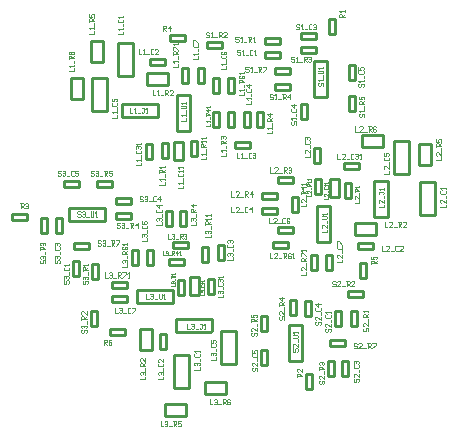
<source format=gbr>
G04 start of page 10 for group -4079 idx -4079
G04 Title: RADE, topsilk *
G04 Creator: pcb-bin 20060822 *
G04 CreationDate: Tue Dec 12 12:58:33 2006 UTC *
G04 For: stephan *
G04 Format: Gerber/RS-274X *
G04 PCB-Dimensions: 236220 236220 *
G04 PCB-Coordinate-Origin: lower left *
%MOIN*%
%FSLAX24Y24*%
%LNFRONTSILK*%
%ADD11C,0.0100*%
%ADD12C,0.0098*%
%ADD13C,0.0018*%
%ADD14C,0.0016*%
%ADD15C,0.0014*%
%ADD16C,0.0013*%
%ADD17C,0.0016*%
%ADD18C,0.0011*%
G54D11*X16382Y10034D02*Y9534D01*
X16182D02*X16382D01*
X16182Y10034D02*Y9534D01*
Y10034D02*X16382D01*
X15775Y8912D02*X16275D01*
X15775Y9112D02*Y8912D01*
Y9112D02*X16275D01*
Y8912D01*
X16087Y8440D02*Y7940D01*
X15887D02*X16087D01*
X15887Y8440D02*Y7940D01*
Y8440D02*X16087D01*
X15536Y8440D02*Y7940D01*
X15336D02*X15536D01*
X15336Y8440D02*Y7940D01*
Y8440D02*X15536D01*
X16108Y10510D02*X16608D01*
X16108Y10710D02*Y10510D01*
Y10710D02*X16608D01*
Y10510D01*
G54D12*X16028Y10981D02*X16728D01*
X16028Y11381D02*Y10981D01*
Y11381D02*X16728D01*
Y10981D01*
G54D11*X15686Y12690D02*Y12190D01*
Y12690D02*X15886D01*
Y12190D01*
X15686D02*X15886D01*
X15650Y13167D02*X16150D01*
X15650Y13367D02*Y13167D01*
Y13367D02*X16150D01*
Y13167D01*
X15181Y12818D02*Y12218D01*
Y12818D02*X15481D01*
Y12218D01*
X15181D02*X15481D01*
X14545Y10308D02*Y9808D01*
Y10308D02*X14745D01*
Y9808D01*
X14545D02*X14745D01*
X14663Y12828D02*Y12328D01*
Y12828D02*X14863D01*
Y12328D01*
X14663D02*X14863D01*
X15057Y10309D02*Y9809D01*
Y10309D02*X15257D01*
Y9809D01*
X15057D02*X15257D01*
X13896Y12238D02*Y11738D01*
Y12238D02*X14096D01*
Y11738D01*
X13896D02*X14096D01*
X14591Y6334D02*Y5834D01*
X14391D02*X14591D01*
X14391Y6334D02*Y5834D01*
Y6334D02*X14591D01*
X14548Y8773D02*Y8273D01*
X14348D02*X14548D01*
X14348Y8773D02*Y8273D01*
Y8773D02*X14548D01*
X13833Y8791D02*Y8291D01*
Y8791D02*X14033D01*
Y8291D01*
X13833D02*X14033D01*
X15296Y6765D02*Y6265D01*
X15096D02*X15296D01*
X15096Y6765D02*Y6265D01*
Y6765D02*X15296D01*
X15164Y7279D02*X15664D01*
X15164Y7479D02*Y7279D01*
Y7479D02*X15664D01*
Y7279D01*
X15769Y6765D02*Y6265D01*
X15569D02*X15769D01*
X15569Y6765D02*Y6265D01*
Y6765D02*X15769D01*
X13820Y7970D02*X14260D01*
Y6770D01*
X13820Y7960D02*Y6780D01*
X13830Y6770D02*X14260D01*
X13095Y8263D02*Y7763D01*
X12895D02*X13095D01*
X12895Y8263D02*Y7763D01*
Y8263D02*X13095D01*
X12885Y7137D02*Y6637D01*
Y7137D02*X13085D01*
Y6637D01*
X12885D02*X13085D01*
X11541Y7754D02*X12041D01*
X11541D02*Y6654D01*
X12041D01*
Y7754D02*Y6654D01*
G54D12*X11001Y6052D02*X11701D01*
Y5652D01*
X11001D01*
Y6052D01*
G54D11*X10034Y8182D02*Y7742D01*
Y8182D02*X11234D01*
X10044Y7742D02*X11224D01*
X11234Y8182D02*Y7752D01*
X10516Y9570D02*Y8970D01*
Y9570D02*X10816D01*
Y8970D01*
X10516D02*X10816D01*
X10116Y9482D02*Y8982D01*
Y9482D02*X10316D01*
Y8982D01*
X10116D02*X10316D01*
X9966Y5867D02*X10466D01*
Y6967D02*Y5867D01*
X9966Y6967D02*X10466D01*
X9966D02*Y5867D01*
G54D12*X9672Y5344D02*X10372D01*
Y4944D01*
X9672D01*
Y5344D01*
X18160Y13994D02*Y13294D01*
Y13994D02*X18560D01*
Y13294D01*
X18160D02*X18560D01*
X16232Y13888D02*X16932D01*
X16232Y14288D02*Y13888D01*
Y14288D02*X16932D01*
Y13888D01*
G54D11*X16005Y16627D02*Y16127D01*
X15805D02*X16005D01*
X15805Y16627D02*Y16127D01*
Y16627D02*X16005D01*
X14844Y13872D02*Y13372D01*
X14644D02*X14844D01*
X14644Y13872D02*Y13372D01*
Y13872D02*X14844D01*
X14207Y15326D02*Y14826D01*
Y15326D02*X14407D01*
Y14826D01*
X14207D02*X14407D01*
X15802Y15583D02*Y15083D01*
Y15583D02*X16002D01*
Y15083D01*
X15802D02*X16002D01*
X14637Y15553D02*X15077D01*
X14637Y16753D02*Y15553D01*
X15077Y16743D02*Y15563D01*
X14637Y16753D02*X15067D01*
X14216Y17229D02*X14716D01*
Y17029D01*
X14216D01*
Y17229D01*
X13332Y15805D02*X13832D01*
X13332Y16005D02*Y15805D01*
Y16005D02*X13832D01*
Y15805D01*
X13331Y16540D02*X13831D01*
Y16340D01*
X13331D02*X13831D01*
X13331Y16540D02*Y16340D01*
X12996Y17071D02*X13496D01*
Y16871D01*
X12996D01*
Y17071D01*
X12301Y15053D02*Y14553D01*
Y15053D02*X12501D01*
Y14553D01*
X12301D02*X12501D01*
X12754Y15053D02*Y14553D01*
Y15053D02*X12954D01*
Y14553D01*
X12754D02*X12954D01*
X12013Y13876D02*X12513D01*
X12013Y14076D02*Y13876D01*
Y14076D02*X12513D01*
Y13876D01*
X11989Y15053D02*Y14553D01*
X11789D02*X11989D01*
X11789Y15053D02*Y14553D01*
Y15053D02*X11989D01*
X11294Y15051D02*Y14551D01*
Y15051D02*X11494D01*
Y14551D01*
X11294D02*X11494D01*
X11789Y16194D02*Y15694D01*
Y16194D02*X11989D01*
Y15694D01*
X11789D02*X11989D01*
X11478Y16194D02*Y15694D01*
X11278D02*X11478D01*
X11278Y16194D02*Y15694D01*
Y16194D02*X11478D01*
X11067Y17406D02*X11567D01*
Y17206D01*
X11067D01*
Y17406D01*
X15152Y18162D02*Y17662D01*
Y18162D02*X15352D01*
Y17662D01*
X15152D02*X15352D01*
X10966Y16549D02*Y16049D01*
X10766D02*X10966D01*
X10766Y16549D02*Y16049D01*
Y16549D02*X10966D01*
X10434Y16549D02*Y16049D01*
X10234D02*X10434D01*
X10234Y16549D02*Y16049D01*
Y16549D02*X10434D01*
X14215Y17685D02*X14715D01*
Y17485D01*
X14215D01*
Y17685D01*
X12996Y17524D02*X13496D01*
Y17324D01*
X12996D01*
Y17524D01*
X9848Y17639D02*X10348D01*
Y17439D01*
X9848D02*X10348D01*
X9848Y17639D02*Y17439D01*
X9179Y16832D02*X9679D01*
Y16632D01*
X9179D01*
Y16832D01*
G54D12*X9078Y16361D02*X9778D01*
Y15961D01*
X9078D01*
Y16361D01*
X7608Y17434D02*Y16734D01*
X7208D02*X7608D01*
X7208Y17434D02*Y16734D01*
Y17434D02*X7608D01*
G54D11*X8116Y17360D02*X8616D01*
X8116D02*Y16260D01*
X8616D01*
Y17360D02*Y16260D01*
G54D12*X6938Y16184D02*Y15484D01*
X6538D02*X6938D01*
X6538Y16184D02*Y15484D01*
Y16184D02*X6938D01*
G54D11*X8740Y9145D02*Y8705D01*
Y9145D02*X9940D01*
X8750Y8705D02*X9930D01*
X9940Y9145D02*Y8715D01*
X10923Y10564D02*Y10064D01*
Y10564D02*X11123D01*
Y10064D01*
X10923D02*X11123D01*
X9946Y10730D02*X10446D01*
Y10530D01*
X9946D02*X10446D01*
X9946Y10730D02*Y10530D01*
X9292Y10466D02*Y9966D01*
X9092D02*X9292D01*
X9092Y10466D02*Y9966D01*
Y10466D02*X9292D01*
X8581D02*Y9966D01*
Y10466D02*X8781D01*
Y9966D01*
X8581D02*X8781D01*
X7919Y8918D02*X8419D01*
Y8718D01*
X7919D01*
Y8918D01*
X11100Y9502D02*Y9002D01*
Y9502D02*X11300D01*
Y9002D01*
X11100D02*X11300D01*
X9807Y10162D02*X10307D01*
Y9962D01*
X9807D01*
Y10162D01*
X7918Y9411D02*X8418D01*
Y9211D01*
X7918D02*X8418D01*
X7918Y9411D02*Y9211D01*
X8037Y12006D02*X8537D01*
X8037Y12206D02*Y12006D01*
Y12206D02*X8537D01*
Y12006D01*
X7694Y11868D02*Y11428D01*
X6494D01*
X6504Y11868D02*X7684D01*
X6494Y11428D02*Y11858D01*
X7239Y10012D02*Y9512D01*
Y10012D02*X7439D01*
Y9512D01*
X7239D02*X7439D01*
X7428Y12573D02*X7928D01*
X7428Y12773D02*Y12573D01*
Y12773D02*X7928D01*
Y12573D01*
X6606Y10089D02*Y9589D01*
Y10089D02*X6806D01*
Y9589D01*
X6606D02*X6806D01*
X7842Y7633D02*X8342D01*
X7842Y7833D02*Y7633D01*
Y7833D02*X8342D01*
Y7633D01*
X6638Y10713D02*X7138D01*
Y10513D01*
X6638D02*X7138D01*
X6638Y10713D02*Y10513D01*
X6323Y12780D02*X6823D01*
Y12580D01*
X6323D02*X6823D01*
X6323Y12780D02*Y12580D01*
X7222Y8419D02*Y7919D01*
Y8419D02*X7422D01*
Y7919D01*
X7222D02*X7422D01*
X6038Y11527D02*Y11027D01*
Y11527D02*X6238D01*
Y11027D01*
X6038D02*X6238D01*
X8057Y11694D02*X8557D01*
Y11494D01*
X8057D01*
Y11694D01*
X9922Y11765D02*Y11265D01*
X9722D02*X9922D01*
X9722Y11765D02*Y11265D01*
Y11765D02*X9922D01*
X5546Y11527D02*Y11027D01*
Y11527D02*X5746D01*
Y11027D01*
X5546D02*X5746D01*
X10375Y11765D02*Y11265D01*
X10175D02*X10375D01*
X10175Y11765D02*Y11265D01*
Y11765D02*X10375D01*
X4592Y11474D02*X5092D01*
X4592Y11674D02*Y11474D01*
Y11674D02*X5092D01*
Y11474D01*
X16659Y11570D02*X17099D01*
X16659Y12770D02*Y11570D01*
X17099Y12760D02*Y11580D01*
X16659Y12770D02*X17089D01*
X13450Y12914D02*X13950D01*
Y12714D01*
X13450D02*X13950D01*
X13450Y12914D02*Y12714D01*
X12899Y12363D02*X13399D01*
Y12163D01*
X12899D01*
Y12363D01*
X10271Y14081D02*Y13481D01*
X9971D02*X10271D01*
X9971Y14081D02*Y13481D01*
Y14081D02*X10271D01*
X10083Y15639D02*X10523D01*
Y14439D01*
X10083Y15629D02*Y14449D01*
X10093Y14439D02*X10523D01*
X11435Y10643D02*Y10143D01*
Y10643D02*X11635D01*
Y10143D01*
X11435D02*X11635D01*
X9506Y7651D02*Y7151D01*
Y7651D02*X9706D01*
Y7151D01*
X9506D02*X9706D01*
X10530Y14088D02*Y13588D01*
Y14088D02*X10730D01*
Y13588D01*
X10530D02*X10730D01*
X9765Y14029D02*Y13529D01*
X9565D02*X9765D01*
X9565Y14029D02*Y13529D01*
Y14029D02*X9765D01*
X9253Y14009D02*Y13509D01*
X9053D02*X9253D01*
X9053Y14009D02*Y13509D01*
Y14009D02*X9253D01*
X12899Y11871D02*X13399D01*
Y11671D01*
X12899D01*
Y11871D01*
X17309Y13013D02*X17809D01*
Y14113D02*Y13013D01*
X17309Y14113D02*X17809D01*
X17309D02*Y13013D01*
X14752Y10738D02*X15192D01*
X14752Y11938D02*Y10738D01*
X15192Y11928D02*Y10748D01*
X14752Y11938D02*X15182D01*
X9433Y15328D02*Y14888D01*
X8233D02*X9433D01*
X8243Y15328D02*X9423D01*
X8233Y15318D02*Y14888D01*
X13451Y11241D02*X13951D01*
Y11041D01*
X13451D01*
Y11241D01*
X13273Y10529D02*X13773D01*
X13273Y10729D02*Y10529D01*
Y10729D02*X13773D01*
Y10529D01*
X18175Y12735D02*X18675D01*
X18175D02*Y11635D01*
X18675D01*
Y12735D02*Y11635D01*
G54D12*X8855Y7830D02*Y7130D01*
Y7830D02*X9255D01*
Y7130D01*
X8855D02*X9255D01*
G54D11*X7250Y15099D02*X7750D01*
Y16199D02*Y15099D01*
X7250Y16199D02*X7750D01*
X7250D02*Y15099D01*
G54D13*X16143Y14988D02*X16165Y15010D01*
X16143Y14988D02*Y14922D01*
X16165Y14900D02*X16143Y14922D01*
X16165Y14900D02*X16209D01*
X16231Y14922D01*
Y14988D02*Y14922D01*
Y14988D02*X16253Y15010D01*
X16297D01*
X16319Y14988D02*X16297Y15010D01*
X16319Y14988D02*Y14922D01*
X16297Y14900D02*X16319Y14922D01*
Y15128D02*Y15084D01*
X16143Y15106D02*X16319D01*
X16187Y15062D02*X16143Y15106D01*
X16319Y15269D02*Y15181D01*
X16143Y15410D02*Y15322D01*
Y15410D02*X16165Y15432D01*
X16209D01*
X16231Y15410D02*X16209Y15432D01*
X16231Y15410D02*Y15344D01*
X16143D02*X16319D01*
X16231D02*X16319Y15432D01*
X16143Y15573D02*Y15485D01*
X16231D01*
X16209Y15507D01*
Y15551D02*Y15507D01*
Y15551D02*X16231Y15573D01*
X16297D01*
X16319Y15551D02*X16297Y15573D01*
X16319Y15551D02*Y15507D01*
X16297Y15485D02*X16319Y15507D01*
X16126Y15993D02*X16148Y16015D01*
X16126Y15993D02*Y15927D01*
X16148Y15905D02*X16126Y15927D01*
X16148Y15905D02*X16192D01*
X16214Y15927D01*
Y15993D02*Y15927D01*
Y15993D02*X16236Y16015D01*
X16280D01*
X16302Y15993D02*X16280Y16015D01*
X16302Y15993D02*Y15927D01*
X16280Y15905D02*X16302Y15927D01*
Y16134D02*Y16090D01*
X16126Y16112D02*X16302D01*
X16170Y16068D02*X16126Y16112D01*
X16302Y16275D02*Y16187D01*
Y16416D02*Y16350D01*
X16280Y16328D02*X16302Y16350D01*
X16148Y16328D02*X16280D01*
X16148D02*X16126Y16350D01*
Y16416D02*Y16350D01*
Y16556D02*Y16468D01*
X16214D01*
X16192Y16490D01*
Y16534D02*Y16490D01*
Y16534D02*X16214Y16556D01*
X16280D01*
X16302Y16534D02*X16280Y16556D01*
X16302Y16534D02*Y16490D01*
X16280Y16468D02*X16302Y16490D01*
X16016Y14588D02*Y14412D01*
X16104D01*
X16156Y14566D02*X16178Y14588D01*
X16244D01*
X16266Y14566D01*
Y14522D01*
X16156Y14412D02*X16266Y14522D01*
X16156Y14412D02*X16266D01*
X16319D02*X16407D01*
X16460Y14588D02*X16548D01*
X16570Y14566D01*
Y14522D01*
X16548Y14500D02*X16570Y14522D01*
X16482Y14500D02*X16548D01*
X16482Y14588D02*Y14412D01*
Y14500D02*X16570Y14412D01*
X16689Y14588D02*X16711Y14566D01*
X16645Y14588D02*X16689D01*
X16623Y14566D02*X16645Y14588D01*
X16623Y14566D02*Y14434D01*
X16645Y14412D01*
X16689Y14500D02*X16711Y14478D01*
X16623Y14500D02*X16689D01*
X16645Y14412D02*X16689D01*
X16711Y14434D01*
Y14478D02*Y14434D01*
X15493Y18314D02*Y18226D01*
Y18314D02*X15515Y18336D01*
X15559D01*
X15581Y18314D02*X15559Y18336D01*
X15581Y18314D02*Y18248D01*
X15493D02*X15669D01*
X15581D02*X15669Y18336D01*
Y18455D02*Y18411D01*
X15493Y18433D02*X15669D01*
X15537Y18389D02*X15493Y18433D01*
X14140Y17993D02*X14162Y17971D01*
X14074Y17993D02*X14140D01*
X14052Y17971D02*X14074Y17993D01*
X14052Y17971D02*Y17927D01*
X14074Y17905D01*
X14140D01*
X14162Y17883D01*
Y17839D01*
X14140Y17817D02*X14162Y17839D01*
X14074Y17817D02*X14140D01*
X14052Y17839D02*X14074Y17817D01*
X14236D02*X14280D01*
X14258Y17993D02*Y17817D01*
X14214Y17949D02*X14258Y17993D01*
X14333Y17817D02*X14421D01*
X14496D02*X14562D01*
X14474Y17839D02*X14496Y17817D01*
X14474Y17971D02*Y17839D01*
Y17971D02*X14496Y17993D01*
X14562D01*
X14615Y17971D02*X14637Y17993D01*
X14681D01*
X14703Y17971D01*
Y17839D01*
X14681Y17817D02*X14703Y17839D01*
X14637Y17817D02*X14681D01*
X14615Y17839D02*X14637Y17817D01*
Y17905D02*X14703D01*
X13879Y14731D02*X13901Y14753D01*
X13879Y14731D02*Y14665D01*
X13901Y14643D02*X13879Y14665D01*
X13901Y14643D02*X13945D01*
X13967Y14665D01*
Y14731D02*Y14665D01*
Y14731D02*X13989Y14753D01*
X14033D01*
X14055Y14731D02*X14033Y14753D01*
X14055Y14731D02*Y14665D01*
X14033Y14643D02*X14055Y14665D01*
Y14872D02*Y14828D01*
X13879Y14850D02*X14055D01*
X13923Y14806D02*X13879Y14850D01*
X14055Y15013D02*Y14925D01*
Y15154D02*Y15088D01*
X14033Y15066D02*X14055Y15088D01*
X13901Y15066D02*X14033D01*
X13901D02*X13879Y15088D01*
Y15154D02*Y15088D01*
X13967Y15207D02*X13879Y15295D01*
X13967Y15317D02*Y15207D01*
X13879Y15295D02*X14055D01*
X13252Y15666D02*X13274Y15644D01*
X13186Y15666D02*X13252D01*
X13164Y15644D02*X13186Y15666D01*
X13164Y15644D02*Y15600D01*
X13186Y15578D01*
X13252D01*
X13274Y15556D01*
Y15512D01*
X13252Y15490D02*X13274Y15512D01*
X13186Y15490D02*X13252D01*
X13164Y15512D02*X13186Y15490D01*
X13349D02*X13393D01*
X13371Y15666D02*Y15490D01*
X13327Y15622D02*X13371Y15666D01*
X13446Y15490D02*X13534D01*
X13587Y15666D02*X13675D01*
X13697Y15644D01*
Y15600D01*
X13675Y15578D02*X13697Y15600D01*
X13609Y15578D02*X13675D01*
X13609Y15666D02*Y15490D01*
Y15578D02*X13697Y15490D01*
X13750Y15578D02*X13838Y15666D01*
X13750Y15578D02*X13860D01*
X13838Y15666D02*Y15490D01*
X13075Y14350D02*X13251D01*
Y14438D02*Y14350D01*
Y14557D02*Y14513D01*
X13075Y14535D02*X13251D01*
X13119Y14491D02*X13075Y14535D01*
X13251Y14697D02*Y14609D01*
X13075Y14838D02*Y14750D01*
Y14838D02*X13097Y14860D01*
X13141D01*
X13163Y14838D02*X13141Y14860D01*
X13163Y14838D02*Y14772D01*
X13075D02*X13251D01*
X13163D02*X13251Y14860D01*
X13163Y14913D02*X13075Y15001D01*
X13163Y15023D02*Y14913D01*
X13075Y15001D02*X13251D01*
X14781Y16020D02*X14803Y16042D01*
X14781Y16020D02*Y15954D01*
X14803Y15932D02*X14781Y15954D01*
X14803Y15932D02*X14847D01*
X14869Y15954D01*
Y16020D02*Y15954D01*
Y16020D02*X14891Y16042D01*
X14935D01*
X14957Y16020D02*X14935Y16042D01*
X14957Y16020D02*Y15954D01*
X14935Y15932D02*X14957Y15954D01*
Y16161D02*Y16117D01*
X14781Y16139D02*X14957D01*
X14825Y16095D02*X14781Y16139D01*
X14957Y16302D02*Y16214D01*
X14781Y16355D02*X14935D01*
X14957Y16377D01*
Y16421D02*Y16377D01*
Y16421D02*X14935Y16443D01*
X14781D02*X14935D01*
X14957Y16562D02*Y16518D01*
X14781Y16540D02*X14957D01*
X14825Y16496D02*X14781Y16540D01*
X13964Y16907D02*X13986Y16885D01*
X13898Y16907D02*X13964D01*
X13876Y16885D02*X13898Y16907D01*
X13876Y16885D02*Y16841D01*
X13898Y16819D01*
X13964D01*
X13986Y16797D01*
Y16753D01*
X13964Y16731D02*X13986Y16753D01*
X13898Y16731D02*X13964D01*
X13876Y16753D02*X13898Y16731D01*
X14061D02*X14105D01*
X14083Y16907D02*Y16731D01*
X14039Y16863D02*X14083Y16907D01*
X14158Y16731D02*X14246D01*
X14298Y16907D02*X14386D01*
X14408Y16885D01*
Y16841D01*
X14386Y16819D02*X14408Y16841D01*
X14320Y16819D02*X14386D01*
X14320Y16907D02*Y16731D01*
Y16819D02*X14408Y16731D01*
X14461Y16885D02*X14483Y16907D01*
X14527D01*
X14549Y16885D01*
Y16753D01*
X14527Y16731D02*X14549Y16753D01*
X14483Y16731D02*X14527D01*
X14461Y16753D02*X14483Y16731D01*
Y16819D02*X14549D01*
X12172Y17144D02*X12194Y17122D01*
X12106Y17144D02*X12172D01*
X12084Y17122D02*X12106Y17144D01*
X12084Y17122D02*Y17078D01*
X12106Y17056D01*
X12172D01*
X12194Y17034D01*
Y16990D01*
X12172Y16968D02*X12194Y16990D01*
X12106Y16968D02*X12172D01*
X12084Y16990D02*X12106Y16968D01*
X12269D02*X12313D01*
X12291Y17144D02*Y16968D01*
X12247Y17100D02*X12291Y17144D01*
X12366Y16968D02*X12454D01*
X12529D02*X12595D01*
X12507Y16990D02*X12529Y16968D01*
X12507Y17122D02*Y16990D01*
Y17122D02*X12529Y17144D01*
X12595D01*
X12670Y16968D02*X12714D01*
X12692Y17144D02*Y16968D01*
X12648Y17100D02*X12692Y17144D01*
X12114Y17577D02*X12136Y17555D01*
X12048Y17577D02*X12114D01*
X12026Y17555D02*X12048Y17577D01*
X12026Y17555D02*Y17511D01*
X12048Y17489D01*
X12114D01*
X12136Y17467D01*
Y17423D01*
X12114Y17401D02*X12136Y17423D01*
X12048Y17401D02*X12114D01*
X12026Y17423D02*X12048Y17401D01*
X12211D02*X12255D01*
X12233Y17577D02*Y17401D01*
X12189Y17533D02*X12233Y17577D01*
X12307Y17401D02*X12395D01*
X12448Y17577D02*X12536D01*
X12558Y17555D01*
Y17511D01*
X12536Y17489D02*X12558Y17511D01*
X12470Y17489D02*X12536D01*
X12470Y17577D02*Y17401D01*
Y17489D02*X12558Y17401D01*
X12633D02*X12677D01*
X12655Y17577D02*Y17401D01*
X12611Y17533D02*X12655Y17577D01*
X12448Y16573D02*X12470Y16551D01*
X12382Y16573D02*X12448D01*
X12360Y16551D02*X12382Y16573D01*
X12360Y16551D02*Y16507D01*
X12382Y16485D01*
X12448D01*
X12470Y16463D01*
Y16419D01*
X12448Y16397D02*X12470Y16419D01*
X12382Y16397D02*X12448D01*
X12360Y16419D02*X12382Y16397D01*
X12545D02*X12589D01*
X12567Y16573D02*Y16397D01*
X12523Y16529D02*X12567Y16573D01*
X12642Y16397D02*X12730D01*
X12782Y16573D02*X12870D01*
X12892Y16551D01*
Y16507D01*
X12870Y16485D02*X12892Y16507D01*
X12804Y16485D02*X12870D01*
X12804Y16573D02*Y16397D01*
Y16485D02*X12892Y16397D01*
X12945D02*X13055Y16507D01*
Y16573D02*Y16507D01*
X12945Y16573D02*X13055D01*
X12386Y15334D02*X12562D01*
Y15422D02*Y15334D01*
Y15541D02*Y15497D01*
X12386Y15519D02*X12562D01*
X12430Y15475D02*X12386Y15519D01*
X12562Y15682D02*Y15594D01*
Y15823D02*Y15757D01*
X12540Y15735D02*X12562Y15757D01*
X12408Y15735D02*X12540D01*
X12408D02*X12386Y15757D01*
Y15823D02*Y15757D01*
X12474Y15875D02*X12386Y15963D01*
X12474Y15985D02*Y15875D01*
X12386Y15963D02*X12562D01*
X12150Y15629D02*X12326D01*
Y15717D02*Y15629D01*
Y15836D02*Y15792D01*
X12150Y15814D02*X12326D01*
X12194Y15770D02*X12150Y15814D01*
X12326Y15977D02*Y15889D01*
X12150Y16118D02*Y16030D01*
Y16118D02*X12172Y16140D01*
X12216D01*
X12238Y16118D02*X12216Y16140D01*
X12238Y16118D02*Y16052D01*
X12150D02*X12326D01*
X12238D02*X12326Y16140D01*
X12150Y16258D02*X12172Y16280D01*
X12150Y16258D02*Y16214D01*
X12172Y16192D02*X12150Y16214D01*
X12172Y16192D02*X12304D01*
X12326Y16214D01*
X12238Y16258D02*X12260Y16280D01*
X12238Y16258D02*Y16192D01*
X12326Y16258D02*Y16214D01*
Y16258D02*X12304Y16280D01*
X12260D02*X12304D01*
X12326Y16399D02*Y16355D01*
X12150Y16377D02*X12326D01*
X12194Y16333D02*X12150Y16377D01*
X11129Y17734D02*X11151Y17712D01*
X11063Y17734D02*X11129D01*
X11041Y17712D02*X11063Y17734D01*
X11041Y17712D02*Y17668D01*
X11063Y17646D01*
X11129D01*
X11151Y17624D01*
Y17580D01*
X11129Y17558D02*X11151Y17580D01*
X11063Y17558D02*X11129D01*
X11041Y17580D02*X11063Y17558D01*
X11226D02*X11270D01*
X11248Y17734D02*Y17558D01*
X11204Y17690D02*X11248Y17734D01*
X11323Y17558D02*X11411D01*
X11464Y17734D02*X11552D01*
X11574Y17712D01*
Y17668D01*
X11552Y17646D02*X11574Y17668D01*
X11486Y17646D02*X11552D01*
X11486Y17734D02*Y17558D01*
Y17646D02*X11574Y17558D01*
X11627Y17712D02*X11649Y17734D01*
X11715D01*
X11737Y17712D01*
Y17668D01*
X11627Y17558D02*X11737Y17668D01*
X11627Y17558D02*X11737D01*
G54D14*X11554Y16515D02*X11710D01*
Y16593D02*Y16515D01*
Y16698D02*Y16659D01*
X11554Y16679D02*X11710D01*
X11593Y16640D02*X11554Y16679D01*
X11710Y16823D02*Y16745D01*
Y16948D02*Y16890D01*
X11691Y16870D02*X11710Y16890D01*
X11574Y16870D02*X11691D01*
X11574D02*X11554Y16890D01*
Y16948D02*Y16890D01*
Y17053D02*X11574Y17073D01*
X11554Y17053D02*Y17014D01*
X11574Y16995D02*X11554Y17014D01*
X11574Y16995D02*X11691D01*
X11710Y17014D01*
X11632Y17053D02*X11652Y17073D01*
X11632Y17053D02*Y16995D01*
X11710Y17053D02*Y17014D01*
Y17053D02*X11691Y17073D01*
X11652D02*X11691D01*
G54D15*X11036Y14604D02*X11180D01*
Y14676D02*Y14604D01*
Y14773D02*Y14737D01*
X11036Y14755D02*X11180D01*
X11072Y14719D02*X11036Y14755D01*
X11180Y14888D02*Y14816D01*
X11036Y15004D02*Y14932D01*
Y15004D02*X11054Y15022D01*
X11090D01*
X11108Y15004D02*X11090Y15022D01*
X11108Y15004D02*Y14950D01*
X11036D02*X11180D01*
X11108D02*X11180Y15022D01*
X11108Y15065D02*X11036Y15137D01*
X11108Y15155D02*Y15065D01*
X11036Y15137D02*X11180D01*
Y15252D02*Y15216D01*
X11036Y15234D02*X11180D01*
X11072Y15198D02*X11036Y15234D01*
G54D13*X9945Y16574D02*X10121D01*
Y16662D02*Y16574D01*
Y16781D02*Y16737D01*
X9945Y16759D02*X10121D01*
X9989Y16715D02*X9945Y16759D01*
X10121Y16921D02*Y16833D01*
X9945Y17062D02*Y16974D01*
Y17062D02*X9967Y17084D01*
X10011D01*
X10033Y17062D02*X10011Y17084D01*
X10033Y17062D02*Y16996D01*
X9945D02*X10121D01*
X10033D02*X10121Y17084D01*
Y17137D02*X10011Y17247D01*
X9945D02*X10011D01*
X9945D02*Y17137D01*
X10121Y17366D02*Y17322D01*
X9945Y17344D02*X10121D01*
X9989Y17300D02*X9945Y17344D01*
X9606Y17948D02*X9694D01*
X9716Y17926D01*
Y17882D01*
X9694Y17860D02*X9716Y17882D01*
X9628Y17860D02*X9694D01*
X9628Y17948D02*Y17772D01*
Y17860D02*X9716Y17772D01*
X9768Y17860D02*X9856Y17948D01*
X9768Y17860D02*X9878D01*
X9856Y17948D02*Y17772D01*
X10614Y16830D02*X10790D01*
Y16918D02*Y16830D01*
Y17037D02*Y16993D01*
X10614Y17015D02*X10790D01*
X10658Y16971D02*X10614Y17015D01*
X10790Y17177D02*Y17089D01*
Y17318D02*Y17252D01*
X10768Y17230D02*X10790Y17252D01*
X10636Y17230D02*X10768D01*
X10636D02*X10614Y17252D01*
Y17318D02*Y17252D01*
X10790Y17371D02*X10680Y17481D01*
X10614D02*X10680D01*
X10614D02*Y17371D01*
X8799Y17161D02*Y16985D01*
X8887D01*
X8962D02*X9006D01*
X8984Y17161D02*Y16985D01*
X8940Y17117D02*X8984Y17161D01*
X9059Y16985D02*X9147D01*
X9221D02*X9287D01*
X9199Y17007D02*X9221Y16985D01*
X9199Y17139D02*Y17007D01*
Y17139D02*X9221Y17161D01*
X9287D01*
X9340Y17139D02*X9362Y17161D01*
X9428D01*
X9450Y17139D01*
Y17095D01*
X9340Y16985D02*X9450Y17095D01*
X9340Y16985D02*X9450D01*
X10218Y14782D02*X10394D01*
Y14870D02*Y14782D01*
Y14989D02*Y14945D01*
X10218Y14967D02*X10394D01*
X10262Y14923D02*X10218Y14967D01*
X10394Y15130D02*Y15042D01*
X10218Y15183D02*X10372D01*
X10394Y15205D01*
Y15249D02*Y15205D01*
Y15249D02*X10372Y15271D01*
X10218D02*X10372D01*
X10394Y15390D02*Y15346D01*
X10218Y15368D02*X10394D01*
X10262Y15324D02*X10218Y15368D01*
X9272Y15802D02*Y15626D01*
X9360D01*
X9434D02*X9478D01*
X9456Y15802D02*Y15626D01*
X9412Y15758D02*X9456Y15802D01*
X9531Y15626D02*X9619D01*
X9672Y15802D02*X9760D01*
X9782Y15780D01*
Y15736D01*
X9760Y15714D02*X9782Y15736D01*
X9694Y15714D02*X9760D01*
X9694Y15802D02*Y15626D01*
Y15714D02*X9782Y15626D01*
X9835Y15780D02*X9857Y15802D01*
X9923D01*
X9945Y15780D01*
Y15736D01*
X9835Y15626D02*X9945Y15736D01*
X9835Y15626D02*X9945D01*
X8503Y15211D02*Y15035D01*
X8591D01*
X8666D02*X8710D01*
X8688Y15211D02*Y15035D01*
X8644Y15167D02*X8688Y15211D01*
X8763Y15035D02*X8851D01*
X8904Y15211D02*X8970D01*
Y15057D01*
X8948Y15035D02*X8970Y15057D01*
X8926Y15035D02*X8948D01*
X8904Y15057D02*X8926Y15035D01*
X9045D02*X9089D01*
X9067Y15211D02*Y15035D01*
X9023Y15167D02*X9067Y15211D01*
X7898Y14881D02*X8074D01*
Y14969D02*Y14881D01*
Y15088D02*Y15044D01*
X7898Y15066D02*X8074D01*
X7942Y15022D02*X7898Y15066D01*
X8074Y15229D02*Y15141D01*
Y15370D02*Y15304D01*
X8052Y15282D02*X8074Y15304D01*
X7920Y15282D02*X8052D01*
X7920D02*X7898Y15304D01*
Y15370D02*Y15304D01*
Y15511D02*Y15423D01*
X7986D01*
X7964Y15445D01*
Y15489D02*Y15445D01*
Y15489D02*X7986Y15511D01*
X8052D01*
X8074Y15489D02*X8052Y15511D01*
X8074Y15489D02*Y15445D01*
X8052Y15423D02*X8074Y15445D01*
X7143Y17679D02*X7319D01*
Y17767D02*Y17679D01*
Y17886D02*Y17842D01*
X7143Y17864D02*X7319D01*
X7187Y17820D02*X7143Y17864D01*
X7319Y18027D02*Y17939D01*
X7143Y18167D02*Y18079D01*
Y18167D02*X7165Y18189D01*
X7209D01*
X7231Y18167D02*X7209Y18189D01*
X7231Y18167D02*Y18101D01*
X7143D02*X7319D01*
X7231D02*X7319Y18189D01*
X7143Y18330D02*Y18242D01*
X7231D01*
X7209Y18264D01*
Y18308D02*Y18264D01*
Y18308D02*X7231Y18330D01*
X7297D01*
X7319Y18308D02*X7297Y18330D01*
X7319Y18308D02*Y18264D01*
X7297Y18242D02*X7319Y18264D01*
X8114Y17657D02*X8290D01*
Y17745D02*Y17657D01*
Y17864D02*Y17820D01*
X8114Y17842D02*X8290D01*
X8158Y17798D02*X8114Y17842D01*
X8290Y18004D02*Y17916D01*
Y18145D02*Y18079D01*
X8268Y18057D02*X8290Y18079D01*
X8136Y18057D02*X8268D01*
X8136D02*X8114Y18079D01*
Y18145D02*Y18079D01*
X8290Y18264D02*Y18220D01*
X8114Y18242D02*X8290D01*
X8158Y18198D02*X8114Y18242D01*
X6474Y16429D02*X6650D01*
Y16517D02*Y16429D01*
Y16636D02*Y16592D01*
X6474Y16614D02*X6650D01*
X6518Y16570D02*X6474Y16614D01*
X6650Y16776D02*Y16688D01*
X6474Y16917D02*Y16829D01*
Y16917D02*X6496Y16939D01*
X6540D01*
X6562Y16917D02*X6540Y16939D01*
X6562Y16917D02*Y16851D01*
X6474D02*X6650D01*
X6562D02*X6650Y16939D01*
X6474Y17058D02*X6496Y17080D01*
X6474Y17058D02*Y17014D01*
X6496Y16992D02*X6474Y17014D01*
X6496Y16992D02*X6628D01*
X6650Y17014D01*
X6562Y17058D02*X6584Y17080D01*
X6562Y17058D02*Y16992D01*
X6650Y17058D02*Y17014D01*
Y17058D02*X6628Y17080D01*
X6584D02*X6628D01*
X17007Y11412D02*Y11236D01*
X17095D01*
X17148Y11390D02*X17170Y11412D01*
X17236D01*
X17258Y11390D01*
Y11346D01*
X17148Y11236D02*X17258Y11346D01*
X17148Y11236D02*X17258D01*
X17311D02*X17399D01*
X17452Y11412D02*X17540D01*
X17562Y11390D01*
Y11346D01*
X17540Y11324D02*X17562Y11346D01*
X17474Y11324D02*X17540D01*
X17474Y11412D02*Y11236D01*
Y11324D02*X17562Y11236D01*
X17615Y11390D02*X17637Y11412D01*
X17703D01*
X17725Y11390D01*
Y11346D01*
X17615Y11236D02*X17725Y11346D01*
X17615Y11236D02*X17725D01*
X16796Y11889D02*X16972D01*
Y11977D02*Y11889D01*
X16818Y12030D02*X16796Y12052D01*
Y12118D02*Y12052D01*
Y12118D02*X16818Y12140D01*
X16862D01*
X16972Y12030D02*X16862Y12140D01*
X16972D02*Y12030D01*
Y12281D02*Y12193D01*
X16796Y12399D02*Y12333D01*
Y12399D02*X16950D01*
X16972Y12377D02*X16950Y12399D01*
X16972Y12377D02*Y12355D01*
X16950Y12333D02*X16972Y12355D01*
Y12518D02*Y12474D01*
X16796Y12496D02*X16972D01*
X16840Y12452D02*X16796Y12496D01*
G54D15*X15999Y12047D02*X16143D01*
Y12119D02*Y12047D01*
X16017Y12162D02*X15999Y12180D01*
Y12234D02*Y12180D01*
Y12234D02*X16017Y12252D01*
X16053D01*
X16143Y12162D02*X16053Y12252D01*
X16143D02*Y12162D01*
Y12367D02*Y12295D01*
X15999Y12483D02*Y12411D01*
Y12483D02*X16017Y12501D01*
X16053D01*
X16071Y12483D02*X16053Y12501D01*
X16071Y12483D02*Y12429D01*
X15999D02*X16143D01*
X16071D02*X16143Y12501D01*
Y12598D02*Y12562D01*
X15999Y12580D02*X16143D01*
X16035Y12544D02*X15999Y12580D01*
G54D13*X16909Y10605D02*Y10429D01*
X16997D01*
X17050Y10583D02*X17072Y10605D01*
X17138D01*
X17160Y10583D01*
Y10539D01*
X17050Y10429D02*X17160Y10539D01*
X17050Y10429D02*X17160D01*
X17213D02*X17301D01*
X17376D02*X17442D01*
X17354Y10451D02*X17376Y10429D01*
X17354Y10583D02*Y10451D01*
Y10583D02*X17376Y10605D01*
X17442D01*
X17494Y10583D02*X17516Y10605D01*
X17582D01*
X17604Y10583D01*
Y10539D01*
X17494Y10429D02*X17604Y10539D01*
X17494Y10429D02*X17604D01*
X18719Y13466D02*X18895D01*
Y13554D02*Y13466D01*
X18741Y13607D02*X18719Y13629D01*
Y13695D02*Y13629D01*
Y13695D02*X18741Y13717D01*
X18785D01*
X18895Y13607D02*X18785Y13717D01*
X18895D02*Y13607D01*
Y13858D02*Y13770D01*
X18719Y13999D02*Y13911D01*
Y13999D02*X18741Y14021D01*
X18785D01*
X18807Y13999D02*X18785Y14021D01*
X18807Y13999D02*Y13933D01*
X18719D02*X18895D01*
X18807D02*X18895Y14021D01*
X18719Y14162D02*Y14074D01*
X18807D01*
X18785Y14096D01*
Y14140D02*Y14096D01*
Y14140D02*X18807Y14162D01*
X18873D01*
X18895Y14140D02*X18873Y14162D01*
X18895Y14140D02*Y14096D01*
X18873Y14074D02*X18895Y14096D01*
X16973Y13011D02*X17149D01*
Y13099D02*Y13011D01*
X16995Y13152D02*X16973Y13174D01*
Y13240D02*Y13174D01*
Y13240D02*X16995Y13262D01*
X17039D01*
X17149Y13152D02*X17039Y13262D01*
X17149D02*Y13152D01*
Y13403D02*Y13315D01*
Y13543D02*Y13477D01*
X17127Y13455D02*X17149Y13477D01*
X16995Y13455D02*X17127D01*
X16995D02*X16973Y13477D01*
Y13543D02*Y13477D01*
Y13684D02*Y13596D01*
X17061D01*
X17039Y13618D01*
Y13662D02*Y13618D01*
Y13662D02*X17061Y13684D01*
X17127D01*
X17149Y13662D02*X17127Y13684D01*
X17149Y13662D02*Y13618D01*
X17127Y13596D02*X17149Y13618D01*
X15427Y13676D02*Y13500D01*
X15515D01*
X15568Y13654D02*X15590Y13676D01*
X15656D01*
X15678Y13654D01*
Y13610D01*
X15568Y13500D02*X15678Y13610D01*
X15568Y13500D02*X15678D01*
X15731D02*X15819D01*
X15894D02*X15960D01*
X15872Y13522D02*X15894Y13500D01*
X15872Y13654D02*Y13522D01*
Y13654D02*X15894Y13676D01*
X15960D01*
X16013Y13654D02*X16035Y13676D01*
X16079D01*
X16101Y13654D01*
Y13522D01*
X16079Y13500D02*X16101Y13522D01*
X16035Y13500D02*X16079D01*
X16013Y13522D02*X16035Y13500D01*
Y13588D02*X16101D01*
X16176Y13500D02*X16220D01*
X16198Y13676D02*Y13500D01*
X16154Y13632D02*X16198Y13676D01*
X18862Y11889D02*X19038D01*
Y11977D02*Y11889D01*
X18884Y12030D02*X18862Y12052D01*
Y12118D02*Y12052D01*
Y12118D02*X18884Y12140D01*
X18928D01*
X19038Y12030D02*X18928Y12140D01*
X19038D02*Y12030D01*
Y12281D02*Y12193D01*
Y12422D02*Y12356D01*
X19016Y12334D02*X19038Y12356D01*
X18884Y12334D02*X19016D01*
X18884D02*X18862Y12356D01*
Y12422D02*Y12356D01*
X19038Y12540D02*Y12496D01*
X18862Y12518D02*X19038D01*
X18906Y12474D02*X18862Y12518D01*
X16556Y10086D02*Y9998D01*
Y10086D02*X16578Y10108D01*
X16622D01*
X16644Y10086D02*X16622Y10108D01*
X16644Y10086D02*Y10020D01*
X16556D02*X16732D01*
X16644D02*X16732Y10108D01*
X16556Y10249D02*Y10161D01*
X16644D01*
X16622Y10183D01*
Y10227D02*Y10183D01*
Y10227D02*X16644Y10249D01*
X16710D01*
X16732Y10227D02*X16710Y10249D01*
X16732Y10227D02*Y10183D01*
X16710Y10161D02*X16732Y10183D01*
X15417Y10059D02*X15593D01*
Y10147D02*Y10059D01*
X15439Y10199D02*X15417Y10221D01*
Y10287D02*Y10221D01*
Y10287D02*X15439Y10309D01*
X15483D01*
X15593Y10199D02*X15483Y10309D01*
X15593D02*Y10199D01*
Y10450D02*Y10362D01*
Y10591D02*Y10525D01*
X15571Y10503D02*X15593Y10525D01*
X15439Y10503D02*X15571D01*
X15439D02*X15417Y10525D01*
Y10591D02*Y10525D01*
X15593Y10644D02*X15483Y10754D01*
X15417D02*X15483D01*
X15417D02*Y10644D01*
X15342Y9427D02*X15364Y9405D01*
X15276Y9427D02*X15342D01*
X15254Y9405D02*X15276Y9427D01*
X15254Y9405D02*Y9361D01*
X15276Y9339D01*
X15342D01*
X15364Y9317D01*
Y9273D01*
X15342Y9251D02*X15364Y9273D01*
X15276Y9251D02*X15342D01*
X15254Y9273D02*X15276Y9251D01*
X15417Y9405D02*X15439Y9427D01*
X15505D01*
X15527Y9405D01*
Y9361D01*
X15417Y9251D02*X15527Y9361D01*
X15417Y9251D02*X15527D01*
X15579D02*X15667D01*
X15720Y9427D02*X15808D01*
X15830Y9405D01*
Y9361D01*
X15808Y9339D02*X15830Y9361D01*
X15742Y9339D02*X15808D01*
X15742Y9427D02*Y9251D01*
Y9339D02*X15830Y9251D01*
X15883Y9405D02*X15905Y9427D01*
X15971D01*
X15993Y9405D01*
Y9361D01*
X15883Y9251D02*X15993Y9361D01*
X15883Y9251D02*X15993D01*
X14903Y11052D02*X15079D01*
Y11140D02*Y11052D01*
X14925Y11193D02*X14903Y11215D01*
Y11281D02*Y11215D01*
Y11281D02*X14925Y11303D01*
X14969D01*
X15079Y11193D02*X14969Y11303D01*
X15079D02*Y11193D01*
Y11444D02*Y11356D01*
X14903Y11497D02*X15057D01*
X15079Y11519D01*
Y11563D02*Y11519D01*
Y11563D02*X15057Y11585D01*
X14903D02*X15057D01*
X15079Y11704D02*Y11660D01*
X14903Y11682D02*X15079D01*
X14947Y11638D02*X14903Y11682D01*
X14689Y8060D02*X14711Y8082D01*
X14689Y8060D02*Y7994D01*
X14711Y7972D02*X14689Y7994D01*
X14711Y7972D02*X14755D01*
X14777Y7994D01*
Y8060D02*Y7994D01*
Y8060D02*X14799Y8082D01*
X14843D01*
X14865Y8060D02*X14843Y8082D01*
X14865Y8060D02*Y7994D01*
X14843Y7972D02*X14865Y7994D01*
X14711Y8135D02*X14689Y8157D01*
Y8223D02*Y8157D01*
Y8223D02*X14711Y8245D01*
X14755D01*
X14865Y8135D02*X14755Y8245D01*
X14865D02*Y8135D01*
Y8385D02*Y8297D01*
Y8526D02*Y8460D01*
X14843Y8438D02*X14865Y8460D01*
X14711Y8438D02*X14843D01*
X14711D02*X14689Y8460D01*
Y8526D02*Y8460D01*
X14777Y8579D02*X14689Y8667D01*
X14777Y8689D02*Y8579D01*
X14689Y8667D02*X14865D01*
G54D16*X14421Y12263D02*X14549D01*
Y12327D02*Y12263D01*
X14437Y12366D02*X14421Y12382D01*
Y12430D02*Y12382D01*
Y12430D02*X14437Y12446D01*
X14469D01*
X14549Y12366D02*X14469Y12446D01*
X14549D02*Y12366D01*
Y12548D02*Y12484D01*
X14421Y12651D02*Y12587D01*
Y12651D02*X14437Y12667D01*
X14469D01*
X14485Y12651D02*X14469Y12667D01*
X14485Y12651D02*Y12603D01*
X14421D02*X14549D01*
X14485D02*X14549Y12667D01*
Y12753D02*Y12721D01*
X14421Y12737D02*X14549D01*
X14453Y12705D02*X14421Y12737D01*
X14549Y12839D02*Y12807D01*
X14421Y12823D02*X14549D01*
X14453Y12791D02*X14421Y12823D01*
G54D13*X14335Y13562D02*X14511D01*
Y13650D02*Y13562D01*
X14357Y13703D02*X14335Y13725D01*
Y13791D02*Y13725D01*
Y13791D02*X14357Y13813D01*
X14401D01*
X14511Y13703D02*X14401Y13813D01*
X14511D02*Y13703D01*
Y13954D02*Y13866D01*
Y14095D02*Y14029D01*
X14489Y14007D02*X14511Y14029D01*
X14357Y14007D02*X14489D01*
X14357D02*X14335Y14029D01*
Y14095D02*Y14029D01*
X14357Y14148D02*X14335Y14170D01*
Y14214D02*Y14170D01*
Y14214D02*X14357Y14236D01*
X14489D01*
X14511Y14214D02*X14489Y14236D01*
X14511Y14214D02*Y14170D01*
X14489Y14148D02*X14511Y14170D01*
X14423Y14236D02*Y14170D01*
G54D17*X14213Y11929D02*X14373D01*
Y12009D02*Y11929D01*
X14233Y12057D02*X14213Y12077D01*
Y12137D02*Y12077D01*
Y12137D02*X14233Y12157D01*
X14273D01*
X14373Y12057D02*X14273Y12157D01*
X14373D02*Y12057D01*
Y12285D02*Y12205D01*
X14213Y12413D02*Y12333D01*
Y12413D02*X14233Y12433D01*
X14273D01*
X14293Y12413D02*X14273Y12433D01*
X14293Y12413D02*Y12353D01*
X14213D02*X14373D01*
X14293D02*X14373Y12433D01*
X14293Y12481D02*X14213Y12561D01*
X14293Y12581D02*Y12481D01*
X14213Y12561D02*X14373D01*
Y12689D02*Y12649D01*
X14213Y12669D02*X14373D01*
X14253Y12629D02*X14213Y12669D01*
G54D16*X14989Y12163D02*X15117D01*
Y12227D02*Y12163D01*
X15005Y12266D02*X14989Y12282D01*
Y12330D02*Y12282D01*
Y12330D02*X15005Y12346D01*
X15037D01*
X15117Y12266D02*X15037Y12346D01*
X15117D02*Y12266D01*
Y12448D02*Y12384D01*
Y12550D02*Y12502D01*
X15101Y12486D02*X15117Y12502D01*
X15005Y12486D02*X15101D01*
X15005D02*X14989Y12502D01*
Y12550D02*Y12502D01*
X15117Y12637D02*Y12605D01*
X14989Y12621D02*X15117D01*
X15021Y12589D02*X14989Y12621D01*
X15117Y12723D02*Y12691D01*
X14989Y12707D02*X15117D01*
X15021Y12675D02*X14989Y12707D01*
G54D13*X14216Y9645D02*X14392D01*
Y9733D02*Y9645D01*
X14238Y9786D02*X14216Y9808D01*
Y9874D02*Y9808D01*
Y9874D02*X14238Y9896D01*
X14282D01*
X14392Y9786D02*X14282Y9896D01*
X14392D02*Y9786D01*
Y10036D02*Y9948D01*
X14216Y10177D02*Y10089D01*
Y10177D02*X14238Y10199D01*
X14282D01*
X14304Y10177D02*X14282Y10199D01*
X14304Y10177D02*Y10111D01*
X14216D02*X14392D01*
X14304D02*X14392Y10199D01*
Y10252D02*X14282Y10362D01*
X14216D02*X14282D01*
X14216D02*Y10252D01*
X14392Y10481D02*Y10437D01*
X14216Y10459D02*X14392D01*
X14260Y10415D02*X14216Y10459D01*
X16280Y7842D02*X16302Y7864D01*
X16280Y7842D02*Y7776D01*
X16302Y7754D02*X16280Y7776D01*
X16302Y7754D02*X16346D01*
X16368Y7776D01*
Y7842D02*Y7776D01*
Y7842D02*X16390Y7864D01*
X16434D01*
X16456Y7842D02*X16434Y7864D01*
X16456Y7842D02*Y7776D01*
X16434Y7754D02*X16456Y7776D01*
X16302Y7917D02*X16280Y7939D01*
Y8005D02*Y7939D01*
Y8005D02*X16302Y8027D01*
X16346D01*
X16456Y7917D02*X16346Y8027D01*
X16456D02*Y7917D01*
Y8167D02*Y8079D01*
X16280Y8308D02*Y8220D01*
Y8308D02*X16302Y8330D01*
X16346D01*
X16368Y8308D02*X16346Y8330D01*
X16368Y8308D02*Y8242D01*
X16280D02*X16456D01*
X16368D02*X16456Y8330D01*
Y8449D02*Y8405D01*
X16280Y8427D02*X16456D01*
X16324Y8383D02*X16280Y8427D01*
X15021Y7822D02*X15043Y7844D01*
X15021Y7822D02*Y7756D01*
X15043Y7734D02*X15021Y7756D01*
X15043Y7734D02*X15087D01*
X15109Y7756D01*
Y7822D02*Y7756D01*
Y7822D02*X15131Y7844D01*
X15175D01*
X15197Y7822D02*X15175Y7844D01*
X15197Y7822D02*Y7756D01*
X15175Y7734D02*X15197Y7756D01*
X15043Y7897D02*X15021Y7919D01*
Y7985D02*Y7919D01*
Y7985D02*X15043Y8007D01*
X15087D01*
X15197Y7897D02*X15087Y8007D01*
X15197D02*Y7897D01*
Y8148D02*Y8060D01*
Y8289D02*Y8223D01*
X15175Y8201D02*X15197Y8223D01*
X15043Y8201D02*X15175D01*
X15043D02*X15021Y8223D01*
Y8289D02*Y8223D01*
X15197Y8408D02*Y8364D01*
X15021Y8386D02*X15197D01*
X15065Y8342D02*X15021Y8386D01*
X16051Y7360D02*X16073Y7338D01*
X15985Y7360D02*X16051D01*
X15963Y7338D02*X15985Y7360D01*
X15963Y7338D02*Y7294D01*
X15985Y7272D01*
X16051D01*
X16073Y7250D01*
Y7206D01*
X16051Y7184D02*X16073Y7206D01*
X15985Y7184D02*X16051D01*
X15963Y7206D02*X15985Y7184D01*
X16126Y7338D02*X16148Y7360D01*
X16214D01*
X16236Y7338D01*
Y7294D01*
X16126Y7184D02*X16236Y7294D01*
X16126Y7184D02*X16236D01*
X16288D02*X16376D01*
X16429Y7360D02*X16517D01*
X16539Y7338D01*
Y7294D01*
X16517Y7272D02*X16539Y7294D01*
X16451Y7272D02*X16517D01*
X16451Y7360D02*Y7184D01*
Y7272D02*X16539Y7184D01*
X16592D02*X16702Y7294D01*
Y7360D02*Y7294D01*
X16592Y7360D02*X16702D01*
X15969Y6150D02*X15991Y6172D01*
X15969Y6150D02*Y6084D01*
X15991Y6062D02*X15969Y6084D01*
X15991Y6062D02*X16035D01*
X16057Y6084D01*
Y6150D02*Y6084D01*
Y6150D02*X16079Y6172D01*
X16123D01*
X16145Y6150D02*X16123Y6172D01*
X16145Y6150D02*Y6084D01*
X16123Y6062D02*X16145Y6084D01*
X15991Y6225D02*X15969Y6247D01*
Y6313D02*Y6247D01*
Y6313D02*X15991Y6335D01*
X16035D01*
X16145Y6225D02*X16035Y6335D01*
X16145D02*Y6225D01*
Y6476D02*Y6388D01*
Y6617D02*Y6551D01*
X16123Y6529D02*X16145Y6551D01*
X15991Y6529D02*X16123D01*
X15991D02*X15969Y6551D01*
Y6617D02*Y6551D01*
X15991Y6670D02*X15969Y6692D01*
Y6736D02*Y6692D01*
Y6736D02*X15991Y6758D01*
X16123D01*
X16145Y6736D02*X16123Y6758D01*
X16145Y6736D02*Y6692D01*
X16123Y6670D02*X16145Y6692D01*
X16057Y6758D02*Y6692D01*
X14808Y6092D02*X14830Y6114D01*
X14808Y6092D02*Y6026D01*
X14830Y6004D02*X14808Y6026D01*
X14830Y6004D02*X14874D01*
X14896Y6026D01*
Y6092D02*Y6026D01*
Y6092D02*X14918Y6114D01*
X14962D01*
X14984Y6092D02*X14962Y6114D01*
X14984Y6092D02*Y6026D01*
X14962Y6004D02*X14984Y6026D01*
X14830Y6166D02*X14808Y6188D01*
Y6254D02*Y6188D01*
Y6254D02*X14830Y6276D01*
X14874D01*
X14984Y6166D02*X14874Y6276D01*
X14984D02*Y6166D01*
Y6417D02*Y6329D01*
X14808Y6558D02*Y6470D01*
Y6558D02*X14830Y6580D01*
X14874D01*
X14896Y6558D02*X14874Y6580D01*
X14896Y6558D02*Y6492D01*
X14808D02*X14984D01*
X14896D02*X14984Y6580D01*
X14830Y6633D02*X14808Y6655D01*
Y6699D02*Y6655D01*
Y6699D02*X14830Y6721D01*
X14962D01*
X14984Y6699D02*X14962Y6721D01*
X14984Y6699D02*Y6655D01*
X14962Y6633D02*X14984Y6655D01*
X14896Y6721D02*Y6655D01*
X14076Y6326D02*Y6238D01*
Y6326D02*X14098Y6348D01*
X14142D01*
X14164Y6326D02*X14142Y6348D01*
X14164Y6326D02*Y6260D01*
X14076D02*X14252D01*
X14164D02*X14252Y6348D01*
X14098Y6401D02*X14076Y6423D01*
Y6489D02*Y6423D01*
Y6489D02*X14098Y6511D01*
X14142D01*
X14252Y6401D02*X14142Y6511D01*
X14252D02*Y6401D01*
X13935Y7162D02*X13957Y7184D01*
X13935Y7162D02*Y7096D01*
X13957Y7074D02*X13935Y7096D01*
X13957Y7074D02*X14001D01*
X14023Y7096D01*
Y7162D02*Y7096D01*
Y7162D02*X14045Y7184D01*
X14089D01*
X14111Y7162D02*X14089Y7184D01*
X14111Y7162D02*Y7096D01*
X14089Y7074D02*X14111Y7096D01*
X13957Y7237D02*X13935Y7259D01*
Y7325D02*Y7259D01*
Y7325D02*X13957Y7347D01*
X14001D01*
X14111Y7237D02*X14001Y7347D01*
X14111D02*Y7237D01*
Y7488D02*Y7400D01*
X13935Y7541D02*X14089D01*
X14111Y7563D01*
Y7607D02*Y7563D01*
Y7607D02*X14089Y7629D01*
X13935D02*X14089D01*
X14111Y7748D02*Y7704D01*
X13935Y7726D02*X14111D01*
X13979Y7682D02*X13935Y7726D01*
X13188Y13223D02*Y13047D01*
X13276D01*
X13329Y13201D02*X13351Y13223D01*
X13417D01*
X13439Y13201D01*
Y13157D01*
X13329Y13047D02*X13439Y13157D01*
X13329Y13047D02*X13439D01*
X13492D02*X13580D01*
X13633Y13223D02*X13721D01*
X13743Y13201D01*
Y13157D01*
X13721Y13135D02*X13743Y13157D01*
X13655Y13135D02*X13721D01*
X13655Y13223D02*Y13047D01*
Y13135D02*X13743Y13047D01*
X13796Y13201D02*X13818Y13223D01*
X13862D01*
X13884Y13201D01*
Y13069D01*
X13862Y13047D02*X13884Y13069D01*
X13818Y13047D02*X13862D01*
X13796Y13069D02*X13818Y13047D01*
Y13135D02*X13884D01*
X12066Y13715D02*Y13539D01*
X12154D01*
X12229D02*X12273D01*
X12251Y13715D02*Y13539D01*
X12207Y13671D02*X12251Y13715D01*
X12326Y13539D02*X12414D01*
X12488D02*X12554D01*
X12466Y13561D02*X12488Y13539D01*
X12466Y13693D02*Y13561D01*
Y13693D02*X12488Y13715D01*
X12554D01*
X12607Y13693D02*X12629Y13715D01*
X12673D01*
X12695Y13693D01*
Y13561D01*
X12673Y13539D02*X12695Y13561D01*
X12629Y13539D02*X12673D01*
X12607Y13561D02*X12629Y13539D01*
Y13627D02*X12695D01*
X11539Y13602D02*X11715D01*
Y13690D02*Y13602D01*
Y13808D02*Y13764D01*
X11539Y13786D02*X11715D01*
X11583Y13742D02*X11539Y13786D01*
X11715Y13949D02*Y13861D01*
X11539Y14090D02*Y14002D01*
Y14090D02*X11561Y14112D01*
X11605D01*
X11627Y14090D02*X11605Y14112D01*
X11627Y14090D02*Y14024D01*
X11539D02*X11715D01*
X11627D02*X11715Y14112D01*
X11561Y14165D02*X11539Y14187D01*
Y14231D02*Y14187D01*
Y14231D02*X11561Y14253D01*
X11693D01*
X11715Y14231D02*X11693Y14253D01*
X11715Y14231D02*Y14187D01*
X11693Y14165D02*X11715Y14187D01*
X11627Y14253D02*Y14187D01*
X13169Y10369D02*Y10193D01*
X13257D01*
X13310Y10347D02*X13332Y10369D01*
X13398D01*
X13420Y10347D01*
Y10303D01*
X13310Y10193D02*X13420Y10303D01*
X13310Y10193D02*X13420D01*
X13473D02*X13561D01*
X13613Y10369D02*X13701D01*
X13723Y10347D01*
Y10303D01*
X13701Y10281D02*X13723Y10303D01*
X13635Y10281D02*X13701D01*
X13635Y10369D02*Y10193D01*
Y10281D02*X13723Y10193D01*
X13842Y10369D02*X13864Y10347D01*
X13798Y10369D02*X13842D01*
X13776Y10347D02*X13798Y10369D01*
X13776Y10347D02*Y10215D01*
X13798Y10193D01*
X13842Y10281D02*X13864Y10259D01*
X13776Y10281D02*X13842D01*
X13798Y10193D02*X13842D01*
X13864Y10215D01*
Y10259D02*Y10215D01*
X13939Y10193D02*X13983D01*
X13961Y10369D02*Y10193D01*
X13917Y10325D02*X13961Y10369D01*
X13150Y11530D02*Y11354D01*
X13238D01*
X13291Y11508D02*X13313Y11530D01*
X13379D01*
X13401Y11508D01*
Y11464D01*
X13291Y11354D02*X13401Y11464D01*
X13291Y11354D02*X13401D01*
X13453D02*X13541D01*
X13616D02*X13682D01*
X13594Y11376D02*X13616Y11354D01*
X13594Y11508D02*Y11376D01*
Y11508D02*X13616Y11530D01*
X13682D01*
X13801D02*X13823Y11508D01*
X13757Y11530D02*X13801D01*
X13735Y11508D02*X13757Y11530D01*
X13735Y11508D02*Y11376D01*
X13757Y11354D01*
X13801Y11442D02*X13823Y11420D01*
X13735Y11442D02*X13801D01*
X13757Y11354D02*X13801D01*
X13823Y11376D01*
Y11420D02*Y11376D01*
X11889Y11904D02*Y11728D01*
X11977D01*
X12030Y11882D02*X12052Y11904D01*
X12118D01*
X12140Y11882D01*
Y11838D01*
X12030Y11728D02*X12140Y11838D01*
X12030Y11728D02*X12140D01*
X12193D02*X12281D01*
X12356D02*X12422D01*
X12334Y11750D02*X12356Y11728D01*
X12334Y11882D02*Y11750D01*
Y11882D02*X12356Y11904D01*
X12422D01*
X12475Y11816D02*X12563Y11904D01*
X12475Y11816D02*X12585D01*
X12563Y11904D02*Y11728D01*
X11889Y12416D02*Y12240D01*
X11977D01*
X12030Y12394D02*X12052Y12416D01*
X12118D01*
X12140Y12394D01*
Y12350D01*
X12030Y12240D02*X12140Y12350D01*
X12030Y12240D02*X12140D01*
X12193D02*X12281D01*
X12334Y12416D02*X12422D01*
X12444Y12394D01*
Y12350D01*
X12422Y12328D02*X12444Y12350D01*
X12356Y12328D02*X12422D01*
X12356Y12416D02*Y12240D01*
Y12328D02*X12444Y12240D01*
X12496Y12328D02*X12584Y12416D01*
X12496Y12328D02*X12606D01*
X12584Y12416D02*Y12240D01*
X11756Y10138D02*X11932D01*
Y10226D02*Y10138D01*
X11778Y10278D02*X11756Y10300D01*
Y10344D02*Y10300D01*
Y10344D02*X11778Y10366D01*
X11910D01*
X11932Y10344D02*X11910Y10366D01*
X11932Y10344D02*Y10300D01*
X11910Y10278D02*X11932Y10300D01*
X11844Y10366D02*Y10300D01*
X11932Y10507D02*Y10419D01*
Y10648D02*Y10582D01*
X11910Y10560D02*X11932Y10582D01*
X11778Y10560D02*X11910D01*
X11778D02*X11756Y10582D01*
Y10648D02*Y10582D01*
X11778Y10701D02*X11756Y10723D01*
Y10767D02*Y10723D01*
Y10767D02*X11778Y10789D01*
X11910D01*
X11932Y10767D02*X11910Y10789D01*
X11932Y10767D02*Y10723D01*
X11910Y10701D02*X11932Y10723D01*
X11844Y10789D02*Y10723D01*
X11028Y10885D02*X11204D01*
Y10973D02*Y10885D01*
X11050Y11026D02*X11028Y11048D01*
Y11092D02*Y11048D01*
Y11092D02*X11050Y11114D01*
X11182D01*
X11204Y11092D02*X11182Y11114D01*
X11204Y11092D02*Y11048D01*
X11182Y11026D02*X11204Y11048D01*
X11116Y11114D02*Y11048D01*
X11204Y11255D02*Y11167D01*
X11028Y11396D02*Y11308D01*
Y11396D02*X11050Y11418D01*
X11094D01*
X11116Y11396D02*X11094Y11418D01*
X11116Y11396D02*Y11330D01*
X11028D02*X11204D01*
X11116D02*X11204Y11418D01*
Y11537D02*Y11493D01*
X11028Y11515D02*X11204D01*
X11072Y11471D02*X11028Y11515D01*
X11204Y11656D02*Y11612D01*
X11028Y11634D02*X11204D01*
X11072Y11590D02*X11028Y11634D01*
X10535Y11298D02*X10711D01*
Y11386D02*Y11298D01*
X10557Y11439D02*X10535Y11461D01*
Y11505D02*Y11461D01*
Y11505D02*X10557Y11527D01*
X10689D01*
X10711Y11505D02*X10689Y11527D01*
X10711Y11505D02*Y11461D01*
X10689Y11439D02*X10711Y11461D01*
X10623Y11527D02*Y11461D01*
X10711Y11668D02*Y11580D01*
X10535Y11809D02*Y11721D01*
Y11809D02*X10557Y11831D01*
X10601D01*
X10623Y11809D02*X10601Y11831D01*
X10623Y11809D02*Y11743D01*
X10535D02*X10711D01*
X10623D02*X10711Y11831D01*
X10623Y11884D02*X10535Y11972D01*
X10623Y11994D02*Y11884D01*
X10535Y11972D02*X10711D01*
X12583Y6525D02*X12605Y6547D01*
X12583Y6525D02*Y6459D01*
X12605Y6437D02*X12583Y6459D01*
X12605Y6437D02*X12649D01*
X12671Y6459D01*
Y6525D02*Y6459D01*
Y6525D02*X12693Y6547D01*
X12737D01*
X12759Y6525D02*X12737Y6547D01*
X12759Y6525D02*Y6459D01*
X12737Y6437D02*X12759Y6459D01*
X12605Y6599D02*X12583Y6621D01*
Y6687D02*Y6621D01*
Y6687D02*X12605Y6709D01*
X12649D01*
X12759Y6599D02*X12649Y6709D01*
X12759D02*Y6599D01*
Y6850D02*Y6762D01*
Y6991D02*Y6925D01*
X12737Y6903D02*X12759Y6925D01*
X12605Y6903D02*X12737D01*
X12605D02*X12583Y6925D01*
Y6991D02*Y6925D01*
Y7132D02*Y7044D01*
X12671D01*
X12649Y7066D01*
Y7110D02*Y7066D01*
Y7110D02*X12671Y7132D01*
X12737D01*
X12759Y7110D02*X12737Y7132D01*
X12759Y7110D02*Y7066D01*
X12737Y7044D02*X12759Y7066D01*
X13485Y8236D02*X13507Y8258D01*
X13485Y8236D02*Y8170D01*
X13507Y8148D02*X13485Y8170D01*
X13507Y8148D02*X13551D01*
X13573Y8170D01*
Y8236D02*Y8170D01*
Y8236D02*X13595Y8258D01*
X13639D01*
X13661Y8236D02*X13639Y8258D01*
X13661Y8236D02*Y8170D01*
X13639Y8148D02*X13661Y8170D01*
X13507Y8310D02*X13485Y8332D01*
Y8398D02*Y8332D01*
Y8398D02*X13507Y8420D01*
X13551D01*
X13661Y8310D02*X13551Y8420D01*
X13661D02*Y8310D01*
Y8561D02*Y8473D01*
X13485Y8702D02*Y8614D01*
Y8702D02*X13507Y8724D01*
X13551D01*
X13573Y8702D02*X13551Y8724D01*
X13573Y8702D02*Y8636D01*
X13485D02*X13661D01*
X13573D02*X13661Y8724D01*
X13573Y8777D02*X13485Y8865D01*
X13573Y8887D02*Y8777D01*
X13485Y8865D02*X13661D01*
X12560Y7685D02*X12582Y7707D01*
X12560Y7685D02*Y7619D01*
X12582Y7597D02*X12560Y7619D01*
X12582Y7597D02*X12626D01*
X12648Y7619D01*
Y7685D02*Y7619D01*
Y7685D02*X12670Y7707D01*
X12714D01*
X12736Y7685D02*X12714Y7707D01*
X12736Y7685D02*Y7619D01*
X12714Y7597D02*X12736Y7619D01*
X12582Y7759D02*X12560Y7781D01*
Y7847D02*Y7781D01*
Y7847D02*X12582Y7869D01*
X12626D01*
X12736Y7759D02*X12626Y7869D01*
X12736D02*Y7759D01*
Y8010D02*Y7922D01*
X12560Y8151D02*Y8063D01*
Y8151D02*X12582Y8173D01*
X12626D01*
X12648Y8151D02*X12626Y8173D01*
X12648Y8151D02*Y8085D01*
X12560D02*X12736D01*
X12648D02*X12736Y8173D01*
X12560Y8314D02*Y8226D01*
X12648D01*
X12626Y8248D01*
Y8292D02*Y8248D01*
Y8292D02*X12648Y8314D01*
X12714D01*
X12736Y8292D02*X12714Y8314D01*
X12736Y8292D02*Y8248D01*
X12714Y8226D02*X12736Y8248D01*
G54D17*X11437Y8897D02*X11597D01*
Y8977D02*Y8897D01*
X11457Y9025D02*X11437Y9045D01*
Y9085D02*Y9045D01*
Y9085D02*X11457Y9105D01*
X11577D01*
X11597Y9085D02*X11577Y9105D01*
X11597Y9085D02*Y9045D01*
X11577Y9025D02*X11597Y9045D01*
X11517Y9105D02*Y9045D01*
X11597Y9233D02*Y9153D01*
Y9361D02*Y9301D01*
X11577Y9281D02*X11597Y9301D01*
X11457Y9281D02*X11577D01*
X11457D02*X11437Y9301D01*
Y9361D02*Y9301D01*
X11457Y9409D02*X11437Y9429D01*
Y9469D02*Y9429D01*
Y9469D02*X11457Y9489D01*
X11577D01*
X11597Y9469D02*X11577Y9489D01*
X11597Y9469D02*Y9429D01*
X11577Y9409D02*X11597Y9429D01*
X11517Y9489D02*Y9429D01*
X11597Y9598D02*Y9558D01*
X11437Y9578D02*X11597D01*
X11477Y9538D02*X11437Y9578D01*
G54D13*X10414Y8008D02*Y7832D01*
X10502D01*
X10555Y7986D02*X10577Y8008D01*
X10621D01*
X10643Y7986D01*
Y7854D01*
X10621Y7832D02*X10643Y7854D01*
X10577Y7832D02*X10621D01*
X10555Y7854D02*X10577Y7832D01*
Y7920D02*X10643D01*
X10696Y7832D02*X10784D01*
X10836Y8008D02*X10902D01*
Y7854D01*
X10880Y7832D02*X10902Y7854D01*
X10858Y7832D02*X10880D01*
X10836Y7854D02*X10858Y7832D01*
X10977D02*X11021D01*
X10999Y8008D02*Y7832D01*
X10955Y7964D02*X10999Y8008D01*
X11174Y5493D02*Y5317D01*
X11262D01*
X11314Y5471D02*X11336Y5493D01*
X11380D01*
X11402Y5471D01*
Y5339D01*
X11380Y5317D02*X11402Y5339D01*
X11336Y5317D02*X11380D01*
X11314Y5339D02*X11336Y5317D01*
Y5405D02*X11402D01*
X11455Y5317D02*X11543D01*
X11596Y5493D02*X11684D01*
X11706Y5471D01*
Y5427D01*
X11684Y5405D02*X11706Y5427D01*
X11618Y5405D02*X11684D01*
X11618Y5493D02*Y5317D01*
Y5405D02*X11706Y5317D01*
X11825Y5493D02*X11847Y5471D01*
X11781Y5493D02*X11825D01*
X11759Y5471D02*X11781Y5493D01*
X11759Y5471D02*Y5339D01*
X11781Y5317D01*
X11825Y5405D02*X11847Y5383D01*
X11759Y5405D02*X11825D01*
X11781Y5317D02*X11825D01*
X11847Y5339D01*
Y5383D02*Y5339D01*
X11205Y6810D02*X11381D01*
Y6898D02*Y6810D01*
X11227Y6951D02*X11205Y6973D01*
Y7017D02*Y6973D01*
Y7017D02*X11227Y7039D01*
X11359D01*
X11381Y7017D02*X11359Y7039D01*
X11381Y7017D02*Y6973D01*
X11359Y6951D02*X11381Y6973D01*
X11293Y7039D02*Y6973D01*
X11381Y7180D02*Y7092D01*
Y7321D02*Y7255D01*
X11359Y7233D02*X11381Y7255D01*
X11227Y7233D02*X11359D01*
X11227D02*X11205Y7255D01*
Y7321D02*Y7255D01*
Y7462D02*Y7374D01*
X11293D01*
X11271Y7396D01*
Y7440D02*Y7396D01*
Y7440D02*X11293Y7462D01*
X11359D01*
X11381Y7440D02*X11359Y7462D01*
X11381Y7440D02*Y7396D01*
X11359Y7374D02*X11381Y7396D01*
X10654Y6476D02*X10830D01*
Y6564D02*Y6476D01*
X10676Y6617D02*X10654Y6639D01*
Y6683D02*Y6639D01*
Y6683D02*X10676Y6705D01*
X10808D01*
X10830Y6683D02*X10808Y6705D01*
X10830Y6683D02*Y6639D01*
X10808Y6617D02*X10830Y6639D01*
X10742Y6705D02*Y6639D01*
X10830Y6846D02*Y6758D01*
Y6986D02*Y6920D01*
X10808Y6898D02*X10830Y6920D01*
X10676Y6898D02*X10808D01*
X10676D02*X10654Y6920D01*
Y6986D02*Y6920D01*
X10830Y7105D02*Y7061D01*
X10654Y7083D02*X10830D01*
X10698Y7039D02*X10654Y7083D01*
X9530Y4765D02*Y4589D01*
X9618D01*
X9671Y4743D02*X9693Y4765D01*
X9737D01*
X9759Y4743D01*
Y4611D01*
X9737Y4589D02*X9759Y4611D01*
X9693Y4589D02*X9737D01*
X9671Y4611D02*X9693Y4589D01*
Y4677D02*X9759D01*
X9811Y4589D02*X9899D01*
X9952Y4765D02*X10040D01*
X10062Y4743D01*
Y4699D01*
X10040Y4677D02*X10062Y4699D01*
X9974Y4677D02*X10040D01*
X9974Y4765D02*Y4589D01*
Y4677D02*X10062Y4589D01*
X10115Y4765D02*X10203D01*
X10115D02*Y4677D01*
X10137Y4699D01*
X10181D01*
X10203Y4677D01*
Y4611D01*
X10181Y4589D02*X10203Y4611D01*
X10137Y4589D02*X10181D01*
X10115Y4611D02*X10137Y4589D01*
X9453Y6161D02*X9629D01*
Y6249D02*Y6161D01*
X9475Y6302D02*X9453Y6324D01*
Y6368D02*Y6324D01*
Y6368D02*X9475Y6390D01*
X9607D01*
X9629Y6368D02*X9607Y6390D01*
X9629Y6368D02*Y6324D01*
X9607Y6302D02*X9629Y6324D01*
X9541Y6390D02*Y6324D01*
X9629Y6530D02*Y6442D01*
Y6671D02*Y6605D01*
X9607Y6583D02*X9629Y6605D01*
X9475Y6583D02*X9607D01*
X9475D02*X9453Y6605D01*
Y6671D02*Y6605D01*
X9475Y6724D02*X9453Y6746D01*
Y6812D02*Y6746D01*
Y6812D02*X9475Y6834D01*
X9519D01*
X9629Y6724D02*X9519Y6834D01*
X9629D02*Y6724D01*
G54D18*X10871Y8974D02*X10983D01*
Y9030D02*Y8974D01*
X10885Y9064D02*X10871Y9078D01*
Y9106D02*Y9078D01*
Y9106D02*X10885Y9120D01*
X10969D01*
X10983Y9106D02*X10969Y9120D01*
X10983Y9106D02*Y9078D01*
X10969Y9064D02*X10983Y9078D01*
X10927Y9120D02*Y9078D01*
X10983Y9210D02*Y9154D01*
Y9299D02*Y9257D01*
X10969Y9243D02*X10983Y9257D01*
X10885Y9243D02*X10969D01*
X10885D02*X10871Y9257D01*
Y9299D02*Y9257D01*
X10983Y9375D02*Y9347D01*
X10871Y9361D02*X10983D01*
X10899Y9333D02*X10871Y9361D01*
X10983Y9450D02*Y9422D01*
X10871Y9436D02*X10983D01*
X10899Y9408D02*X10871Y9436D01*
G54D13*X8843Y6161D02*X9019D01*
Y6249D02*Y6161D01*
X8865Y6302D02*X8843Y6324D01*
Y6368D02*Y6324D01*
Y6368D02*X8865Y6390D01*
X8997D01*
X9019Y6368D02*X8997Y6390D01*
X9019Y6368D02*Y6324D01*
X8997Y6302D02*X9019Y6324D01*
X8931Y6390D02*Y6324D01*
X9019Y6531D02*Y6443D01*
X8843Y6672D02*Y6584D01*
Y6672D02*X8865Y6694D01*
X8909D01*
X8931Y6672D02*X8909Y6694D01*
X8931Y6672D02*Y6606D01*
X8843D02*X9019D01*
X8931D02*X9019Y6694D01*
X8865Y6746D02*X8843Y6768D01*
Y6834D02*Y6768D01*
Y6834D02*X8865Y6856D01*
X8909D01*
X9019Y6746D02*X8909Y6856D01*
X9019D02*Y6746D01*
G54D16*X9604Y10423D02*Y10295D01*
X9668D01*
X9707Y10407D02*X9723Y10423D01*
X9755D01*
X9771Y10407D01*
Y10311D01*
X9755Y10295D02*X9771Y10311D01*
X9723Y10295D02*X9755D01*
X9707Y10311D02*X9723Y10295D01*
Y10359D02*X9771D01*
X9809Y10295D02*X9873D01*
X9912Y10423D02*X9976D01*
X9992Y10407D01*
Y10375D01*
X9976Y10359D02*X9992Y10375D01*
X9928Y10359D02*X9976D01*
X9928Y10423D02*Y10295D01*
Y10359D02*X9992Y10295D01*
X10030Y10359D02*X10094Y10423D01*
X10030Y10359D02*X10110D01*
X10094Y10423D02*Y10295D01*
X10164D02*X10196D01*
X10180Y10423D02*Y10295D01*
X10148Y10391D02*X10180Y10423D01*
G54D13*X8902Y10767D02*X9078D01*
Y10855D02*Y10767D01*
X8924Y10908D02*X8902Y10930D01*
Y10974D02*Y10930D01*
Y10974D02*X8924Y10996D01*
X9056D01*
X9078Y10974D02*X9056Y10996D01*
X9078Y10974D02*Y10930D01*
X9056Y10908D02*X9078Y10930D01*
X8990Y10996D02*Y10930D01*
X9078Y11137D02*Y11049D01*
Y11278D02*Y11212D01*
X9056Y11190D02*X9078Y11212D01*
X8924Y11190D02*X9056D01*
X8924D02*X8902Y11212D01*
Y11278D02*Y11212D01*
Y11397D02*X8924Y11419D01*
X8902Y11397D02*Y11353D01*
X8924Y11331D02*X8902Y11353D01*
X8924Y11331D02*X9056D01*
X9078Y11353D01*
X8990Y11397D02*X9012Y11419D01*
X8990Y11397D02*Y11331D01*
X9078Y11397D02*Y11353D01*
Y11397D02*X9056Y11419D01*
X9012D02*X9056D01*
X8159Y11373D02*X8181Y11351D01*
X8093Y11373D02*X8159D01*
X8071Y11351D02*X8093Y11373D01*
X8071Y11351D02*Y11307D01*
X8093Y11285D01*
X8159D01*
X8181Y11263D01*
Y11219D01*
X8159Y11197D02*X8181Y11219D01*
X8093Y11197D02*X8159D01*
X8071Y11219D02*X8093Y11197D01*
X8233Y11351D02*X8255Y11373D01*
X8299D01*
X8321Y11351D01*
Y11219D01*
X8299Y11197D02*X8321Y11219D01*
X8255Y11197D02*X8299D01*
X8233Y11219D02*X8255Y11197D01*
Y11285D02*X8321D01*
X8374Y11197D02*X8462D01*
X8515Y11373D02*X8603D01*
X8625Y11351D01*
Y11307D01*
X8603Y11285D02*X8625Y11307D01*
X8537Y11285D02*X8603D01*
X8537Y11373D02*Y11197D01*
Y11285D02*X8625Y11197D01*
X8678Y11285D02*X8766Y11373D01*
X8678Y11285D02*X8788D01*
X8766Y11373D02*Y11197D01*
X8252Y9901D02*X8428D01*
Y9989D02*Y9901D01*
X8274Y10042D02*X8252Y10064D01*
Y10108D02*Y10064D01*
Y10108D02*X8274Y10130D01*
X8406D01*
X8428Y10108D02*X8406Y10130D01*
X8428Y10108D02*Y10064D01*
X8406Y10042D02*X8428Y10064D01*
X8340Y10130D02*Y10064D01*
X8428Y10271D02*Y10183D01*
X8252Y10412D02*Y10324D01*
Y10412D02*X8274Y10434D01*
X8318D01*
X8340Y10412D02*X8318Y10434D01*
X8340Y10412D02*Y10346D01*
X8252D02*X8428D01*
X8340D02*X8428Y10434D01*
X8252Y10552D02*X8274Y10574D01*
X8252Y10552D02*Y10508D01*
X8274Y10486D02*X8252Y10508D01*
X8274Y10486D02*X8406D01*
X8428Y10508D01*
X8340Y10552D02*X8362Y10574D01*
X8340Y10552D02*Y10486D01*
X8428Y10552D02*Y10508D01*
Y10552D02*X8406Y10574D01*
X8362D02*X8406D01*
X8428Y10693D02*Y10649D01*
X8252Y10671D02*X8428D01*
X8296Y10627D02*X8252Y10671D01*
X7527Y10786D02*X7549Y10764D01*
X7461Y10786D02*X7527D01*
X7439Y10764D02*X7461Y10786D01*
X7439Y10764D02*Y10720D01*
X7461Y10698D01*
X7527D01*
X7549Y10676D01*
Y10632D01*
X7527Y10610D02*X7549Y10632D01*
X7461Y10610D02*X7527D01*
X7439Y10632D02*X7461Y10610D01*
X7602Y10764D02*X7624Y10786D01*
X7668D01*
X7690Y10764D01*
Y10632D01*
X7668Y10610D02*X7690Y10632D01*
X7624Y10610D02*X7668D01*
X7602Y10632D02*X7624Y10610D01*
Y10698D02*X7690D01*
X7742Y10610D02*X7830D01*
X7883Y10786D02*X7971D01*
X7993Y10764D01*
Y10720D01*
X7971Y10698D02*X7993Y10720D01*
X7905Y10698D02*X7971D01*
X7905Y10786D02*Y10610D01*
Y10698D02*X7993Y10610D01*
X8046D02*X8156Y10720D01*
Y10786D02*Y10720D01*
X8046Y10786D02*X8156D01*
G54D17*X9783Y11003D02*Y10843D01*
X9863D01*
X9911Y10983D02*X9931Y11003D01*
X9971D01*
X9991Y10983D01*
Y10863D01*
X9971Y10843D02*X9991Y10863D01*
X9931Y10843D02*X9971D01*
X9911Y10863D02*X9931Y10843D01*
Y10923D02*X9991D01*
X10039Y10843D02*X10119D01*
X10167Y11003D02*X10247D01*
X10267Y10983D01*
Y10943D01*
X10247Y10923D02*X10267Y10943D01*
X10187Y10923D02*X10247D01*
X10187Y11003D02*Y10843D01*
Y10923D02*X10267Y10843D01*
X10315Y10983D02*X10335Y11003D01*
X10375D01*
X10395Y10983D01*
Y10863D01*
X10375Y10843D02*X10395Y10863D01*
X10335Y10843D02*X10375D01*
X10315Y10863D02*X10335Y10843D01*
Y10923D02*X10395D01*
G54D13*X10870Y13484D02*X11046D01*
Y13572D02*Y13484D01*
Y13691D02*Y13647D01*
X10870Y13669D02*X11046D01*
X10914Y13625D02*X10870Y13669D01*
X11046Y13831D02*Y13743D01*
X10870Y13972D02*Y13884D01*
Y13972D02*X10892Y13994D01*
X10936D01*
X10958Y13972D02*X10936Y13994D01*
X10958Y13972D02*Y13906D01*
X10870D02*X11046D01*
X10958D02*X11046Y13994D01*
Y14113D02*Y14069D01*
X10870Y14091D02*X11046D01*
X10914Y14047D02*X10870Y14091D01*
X11046Y14232D02*Y14188D01*
X10870Y14210D02*X11046D01*
X10914Y14166D02*X10870Y14210D01*
X9493Y12637D02*X9669D01*
Y12725D02*Y12637D01*
Y12844D02*Y12800D01*
X9493Y12822D02*X9669D01*
X9537Y12778D02*X9493Y12822D01*
X9669Y12985D02*Y12897D01*
X9493Y13126D02*Y13038D01*
Y13126D02*X9515Y13148D01*
X9559D01*
X9581Y13126D02*X9559Y13148D01*
X9581Y13126D02*Y13060D01*
X9493D02*X9669D01*
X9581D02*X9669Y13148D01*
Y13267D02*Y13223D01*
X9493Y13245D02*X9669D01*
X9537Y13201D02*X9493Y13245D01*
X8705Y13287D02*X8881D01*
Y13375D02*Y13287D01*
Y13493D02*Y13449D01*
X8705Y13471D02*X8881D01*
X8749Y13427D02*X8705Y13471D01*
X8881Y13634D02*Y13546D01*
Y13775D02*Y13709D01*
X8859Y13687D02*X8881Y13709D01*
X8727Y13687D02*X8859D01*
X8727D02*X8705Y13709D01*
Y13775D02*Y13709D01*
X8727Y13828D02*X8705Y13850D01*
Y13894D02*Y13850D01*
Y13894D02*X8727Y13916D01*
X8859D01*
X8881Y13894D02*X8859Y13916D01*
X8881Y13894D02*Y13850D01*
X8859Y13828D02*X8881Y13850D01*
X8793Y13916D02*Y13850D01*
X8881Y14035D02*Y13991D01*
X8705Y14013D02*X8881D01*
X8749Y13969D02*X8705Y14013D01*
X10100Y12518D02*X10276D01*
Y12606D02*Y12518D01*
Y12724D02*Y12680D01*
X10100Y12702D02*X10276D01*
X10144Y12658D02*X10100Y12702D01*
X10276Y12865D02*Y12777D01*
Y13006D02*Y12940D01*
X10254Y12918D02*X10276Y12940D01*
X10122Y12918D02*X10254D01*
X10122D02*X10100Y12940D01*
Y13006D02*Y12940D01*
X10276Y13125D02*Y13081D01*
X10100Y13103D02*X10276D01*
X10144Y13059D02*X10100Y13103D01*
X10276Y13244D02*Y13200D01*
X10100Y13222D02*X10276D01*
X10144Y13178D02*X10100Y13222D01*
X7291Y13108D02*X7313Y13086D01*
X7225Y13108D02*X7291D01*
X7203Y13086D02*X7225Y13108D01*
X7203Y13086D02*Y13042D01*
X7225Y13020D01*
X7291D01*
X7313Y12998D01*
Y12954D01*
X7291Y12932D02*X7313Y12954D01*
X7225Y12932D02*X7291D01*
X7203Y12954D02*X7225Y12932D01*
X7366Y13086D02*X7388Y13108D01*
X7432D01*
X7454Y13086D01*
Y12954D01*
X7432Y12932D02*X7454Y12954D01*
X7388Y12932D02*X7432D01*
X7366Y12954D02*X7388Y12932D01*
Y13020D02*X7454D01*
X7507Y12932D02*X7595D01*
X7647Y13108D02*X7735D01*
X7757Y13086D01*
Y13042D01*
X7735Y13020D02*X7757Y13042D01*
X7669Y13020D02*X7735D01*
X7669Y13108D02*Y12932D01*
Y13020D02*X7757Y12932D01*
X7810Y13108D02*X7898D01*
X7810D02*Y13020D01*
X7832Y13042D01*
X7876D01*
X7898Y13020D01*
Y12954D01*
X7876Y12932D02*X7898Y12954D01*
X7832Y12932D02*X7876D01*
X7810Y12954D02*X7832Y12932D01*
X8011Y8538D02*Y8362D01*
X8099D01*
X8152Y8516D02*X8174Y8538D01*
X8218D01*
X8240Y8516D01*
Y8384D01*
X8218Y8362D02*X8240Y8384D01*
X8174Y8362D02*X8218D01*
X8152Y8384D02*X8174Y8362D01*
Y8450D02*X8240D01*
X8293Y8362D02*X8381D01*
X8456D02*X8522D01*
X8434Y8384D02*X8456Y8362D01*
X8434Y8516D02*Y8384D01*
Y8516D02*X8456Y8538D01*
X8522D01*
X8575Y8362D02*X8685Y8472D01*
Y8538D02*Y8472D01*
X8575Y8538D02*X8685D01*
X7676Y9719D02*Y9543D01*
X7764D01*
X7817Y9697D02*X7839Y9719D01*
X7883D01*
X7905Y9697D01*
Y9565D01*
X7883Y9543D02*X7905Y9565D01*
X7839Y9543D02*X7883D01*
X7817Y9565D02*X7839Y9543D01*
Y9631D02*X7905D01*
X7958Y9543D02*X8046D01*
X8099Y9719D02*X8187D01*
X8209Y9697D01*
Y9653D01*
X8187Y9631D02*X8209Y9653D01*
X8121Y9631D02*X8187D01*
X8121Y9719D02*Y9543D01*
Y9631D02*X8209Y9543D01*
X8262D02*X8372Y9653D01*
Y9719D02*Y9653D01*
X8262Y9719D02*X8372D01*
X8446Y9543D02*X8490D01*
X8468Y9719D02*Y9543D01*
X8424Y9675D02*X8468Y9719D01*
X9054Y9013D02*Y8837D01*
X9142D01*
X9195Y8991D02*X9217Y9013D01*
X9261D01*
X9283Y8991D01*
Y8859D01*
X9261Y8837D02*X9283Y8859D01*
X9217Y8837D02*X9261D01*
X9195Y8859D02*X9217Y8837D01*
Y8925D02*X9283D01*
X9336Y8837D02*X9424D01*
X9476Y9013D02*Y8859D01*
X9498Y8837D01*
X9542D01*
X9564Y8859D01*
Y9013D02*Y8859D01*
X9639Y8837D02*X9683D01*
X9661Y9013D02*Y8837D01*
X9617Y8969D02*X9661Y9013D01*
X7636Y7478D02*X7724D01*
X7746Y7456D01*
Y7412D01*
X7724Y7390D02*X7746Y7412D01*
X7658Y7390D02*X7724D01*
X7658Y7478D02*Y7302D01*
Y7390D02*X7746Y7302D01*
X7865Y7478D02*X7887Y7456D01*
X7821Y7478D02*X7865D01*
X7799Y7456D02*X7821Y7478D01*
X7799Y7456D02*Y7324D01*
X7821Y7302D01*
X7865Y7390D02*X7887Y7368D01*
X7799Y7390D02*X7865D01*
X7821Y7302D02*X7865D01*
X7887Y7324D01*
Y7368D02*Y7324D01*
G54D18*X9890Y9271D02*X10002D01*
Y9327D02*Y9271D01*
X9904Y9361D02*X9890Y9375D01*
Y9403D02*Y9375D01*
Y9403D02*X9904Y9417D01*
X9988D01*
X10002Y9403D02*X9988Y9417D01*
X10002Y9403D02*Y9375D01*
X9988Y9361D02*X10002Y9375D01*
X9946Y9417D02*Y9375D01*
X10002Y9506D02*Y9450D01*
X9890Y9596D02*Y9540D01*
Y9596D02*X9904Y9610D01*
X9932D01*
X9946Y9596D02*X9932Y9610D01*
X9946Y9596D02*Y9554D01*
X9890D02*X10002D01*
X9946D02*X10002Y9610D01*
Y9686D02*Y9658D01*
X9890Y9672D02*X10002D01*
X9918Y9644D02*X9890Y9672D01*
G54D13*X6889Y7786D02*X6911Y7808D01*
X6889Y7786D02*Y7720D01*
X6911Y7698D02*X6889Y7720D01*
X6911Y7698D02*X6955D01*
X6977Y7720D01*
Y7786D02*Y7720D01*
Y7786D02*X6999Y7808D01*
X7043D01*
X7065Y7786D02*X7043Y7808D01*
X7065Y7786D02*Y7720D01*
X7043Y7698D02*X7065Y7720D01*
X6911Y7861D02*X6889Y7883D01*
Y7927D02*Y7883D01*
Y7927D02*X6911Y7949D01*
X7043D01*
X7065Y7927D02*X7043Y7949D01*
X7065Y7927D02*Y7883D01*
X7043Y7861D02*X7065Y7883D01*
X6977Y7949D02*Y7883D01*
X7065Y8090D02*Y8002D01*
X6889Y8231D02*Y8143D01*
Y8231D02*X6911Y8253D01*
X6955D01*
X6977Y8231D02*X6955Y8253D01*
X6977Y8231D02*Y8165D01*
X6889D02*X7065D01*
X6977D02*X7065Y8253D01*
X6911Y8306D02*X6889Y8328D01*
Y8394D02*Y8328D01*
Y8394D02*X6911Y8416D01*
X6955D01*
X7065Y8306D02*X6955Y8416D01*
X7065D02*Y8306D01*
X6302Y9433D02*X6324Y9455D01*
X6302Y9433D02*Y9367D01*
X6324Y9345D02*X6302Y9367D01*
X6324Y9345D02*X6368D01*
X6390Y9367D01*
Y9433D02*Y9367D01*
Y9433D02*X6412Y9455D01*
X6456D01*
X6478Y9433D02*X6456Y9455D01*
X6478Y9433D02*Y9367D01*
X6456Y9345D02*X6478Y9367D01*
X6324Y9508D02*X6302Y9530D01*
Y9574D02*Y9530D01*
Y9574D02*X6324Y9596D01*
X6456D01*
X6478Y9574D02*X6456Y9596D01*
X6478Y9574D02*Y9530D01*
X6456Y9508D02*X6478Y9530D01*
X6390Y9596D02*Y9530D01*
X6478Y9737D02*Y9649D01*
Y9878D02*Y9812D01*
X6456Y9790D02*X6478Y9812D01*
X6324Y9790D02*X6456D01*
X6324D02*X6302Y9812D01*
Y9878D02*Y9812D01*
X6478Y9997D02*Y9953D01*
X6302Y9975D02*X6478D01*
X6346Y9931D02*X6302Y9975D01*
X6930Y9417D02*X6952Y9439D01*
X6930Y9417D02*Y9351D01*
X6952Y9329D02*X6930Y9351D01*
X6952Y9329D02*X6996D01*
X7018Y9351D01*
Y9417D02*Y9351D01*
Y9417D02*X7040Y9439D01*
X7084D01*
X7106Y9417D02*X7084Y9439D01*
X7106Y9417D02*Y9351D01*
X7084Y9329D02*X7106Y9351D01*
X6952Y9492D02*X6930Y9514D01*
Y9558D02*Y9514D01*
Y9558D02*X6952Y9580D01*
X7084D01*
X7106Y9558D02*X7084Y9580D01*
X7106Y9558D02*Y9514D01*
X7084Y9492D02*X7106Y9514D01*
X7018Y9580D02*Y9514D01*
X7106Y9720D02*Y9632D01*
X6930Y9861D02*Y9773D01*
Y9861D02*X6952Y9883D01*
X6996D01*
X7018Y9861D02*X6996Y9883D01*
X7018Y9861D02*Y9795D01*
X6930D02*X7106D01*
X7018D02*X7106Y9883D01*
Y10002D02*Y9958D01*
X6930Y9980D02*X7106D01*
X6974Y9936D02*X6930Y9980D01*
X6188Y13108D02*X6210Y13086D01*
X6122Y13108D02*X6188D01*
X6100Y13086D02*X6122Y13108D01*
X6100Y13086D02*Y13042D01*
X6122Y13020D01*
X6188D01*
X6210Y12998D01*
Y12954D01*
X6188Y12932D02*X6210Y12954D01*
X6122Y12932D02*X6188D01*
X6100Y12954D02*X6122Y12932D01*
X6263Y13086D02*X6285Y13108D01*
X6329D01*
X6351Y13086D01*
Y12954D01*
X6329Y12932D02*X6351Y12954D01*
X6285Y12932D02*X6329D01*
X6263Y12954D02*X6285Y12932D01*
Y13020D02*X6351D01*
X6404Y12932D02*X6492D01*
X6567D02*X6633D01*
X6545Y12954D02*X6567Y12932D01*
X6545Y13086D02*Y12954D01*
Y13086D02*X6567Y13108D01*
X6633D01*
X6686D02*X6774D01*
X6686D02*Y13020D01*
X6708Y13042D01*
X6752D01*
X6774Y13020D01*
Y12954D01*
X6752Y12932D02*X6774Y12954D01*
X6708Y12932D02*X6752D01*
X6686Y12954D02*X6708Y12932D01*
X6005Y10106D02*X6027Y10128D01*
X6005Y10106D02*Y10040D01*
X6027Y10018D02*X6005Y10040D01*
X6027Y10018D02*X6071D01*
X6093Y10040D01*
Y10106D02*Y10040D01*
Y10106D02*X6115Y10128D01*
X6159D01*
X6181Y10106D02*X6159Y10128D01*
X6181Y10106D02*Y10040D01*
X6159Y10018D02*X6181Y10040D01*
X6027Y10180D02*X6005Y10202D01*
Y10246D02*Y10202D01*
Y10246D02*X6027Y10268D01*
X6159D01*
X6181Y10246D02*X6159Y10268D01*
X6181Y10246D02*Y10202D01*
X6159Y10180D02*X6181Y10202D01*
X6093Y10268D02*Y10202D01*
X6181Y10409D02*Y10321D01*
Y10550D02*Y10484D01*
X6159Y10462D02*X6181Y10484D01*
X6027Y10462D02*X6159D01*
X6027D02*X6005Y10484D01*
Y10550D02*Y10484D01*
X6027Y10603D02*X6005Y10625D01*
Y10669D02*Y10625D01*
Y10669D02*X6027Y10691D01*
X6159D01*
X6181Y10669D02*X6159Y10691D01*
X6181Y10669D02*Y10625D01*
X6159Y10603D02*X6181Y10625D01*
X6093Y10691D02*Y10625D01*
X5513Y10106D02*X5535Y10128D01*
X5513Y10106D02*Y10040D01*
X5535Y10018D02*X5513Y10040D01*
X5535Y10018D02*X5579D01*
X5601Y10040D01*
Y10106D02*Y10040D01*
Y10106D02*X5623Y10128D01*
X5667D01*
X5689Y10106D02*X5667Y10128D01*
X5689Y10106D02*Y10040D01*
X5667Y10018D02*X5689Y10040D01*
X5535Y10181D02*X5513Y10203D01*
Y10247D02*Y10203D01*
Y10247D02*X5535Y10269D01*
X5667D01*
X5689Y10247D02*X5667Y10269D01*
X5689Y10247D02*Y10203D01*
X5667Y10181D02*X5689Y10203D01*
X5601Y10269D02*Y10203D01*
X5689Y10409D02*Y10321D01*
X5513Y10550D02*Y10462D01*
Y10550D02*X5535Y10572D01*
X5579D01*
X5601Y10550D02*X5579Y10572D01*
X5601Y10550D02*Y10484D01*
X5513D02*X5689D01*
X5601D02*X5689Y10572D01*
X5535Y10625D02*X5513Y10647D01*
Y10691D02*Y10647D01*
Y10691D02*X5535Y10713D01*
X5667D01*
X5689Y10691D02*X5667Y10713D01*
X5689Y10691D02*Y10647D01*
X5667Y10625D02*X5689Y10647D01*
X5601Y10713D02*Y10647D01*
X8926Y12259D02*X8948Y12237D01*
X8860Y12259D02*X8926D01*
X8838Y12237D02*X8860Y12259D01*
X8838Y12237D02*Y12193D01*
X8860Y12171D01*
X8926D01*
X8948Y12149D01*
Y12105D01*
X8926Y12083D02*X8948Y12105D01*
X8860Y12083D02*X8926D01*
X8838Y12105D02*X8860Y12083D01*
X9001Y12237D02*X9023Y12259D01*
X9067D01*
X9089Y12237D01*
Y12105D01*
X9067Y12083D02*X9089Y12105D01*
X9023Y12083D02*X9067D01*
X9001Y12105D02*X9023Y12083D01*
Y12171D02*X9089D01*
X9142Y12083D02*X9230D01*
X9304D02*X9370D01*
X9282Y12105D02*X9304Y12083D01*
X9282Y12237D02*Y12105D01*
Y12237D02*X9304Y12259D01*
X9370D01*
X9423Y12171D02*X9511Y12259D01*
X9423Y12171D02*X9533D01*
X9511Y12259D02*Y12083D01*
X6847Y11753D02*X6869Y11731D01*
X6781Y11753D02*X6847D01*
X6759Y11731D02*X6781Y11753D01*
X6759Y11731D02*Y11687D01*
X6781Y11665D01*
X6847D01*
X6869Y11643D01*
Y11599D01*
X6847Y11577D02*X6869Y11599D01*
X6781Y11577D02*X6847D01*
X6759Y11599D02*X6781Y11577D01*
X6922Y11731D02*X6944Y11753D01*
X6988D01*
X7010Y11731D01*
Y11599D01*
X6988Y11577D02*X7010Y11599D01*
X6944Y11577D02*X6988D01*
X6922Y11599D02*X6944Y11577D01*
Y11665D02*X7010D01*
X7062Y11577D02*X7150D01*
X7203Y11753D02*Y11599D01*
X7225Y11577D01*
X7269D01*
X7291Y11599D01*
Y11753D02*Y11599D01*
X7366Y11577D02*X7410D01*
X7388Y11753D02*Y11577D01*
X7344Y11709D02*X7388Y11753D01*
X9394Y11299D02*X9570D01*
Y11387D02*Y11299D01*
X9416Y11439D02*X9394Y11461D01*
Y11505D02*Y11461D01*
Y11505D02*X9416Y11527D01*
X9548D01*
X9570Y11505D02*X9548Y11527D01*
X9570Y11505D02*Y11461D01*
X9548Y11439D02*X9570Y11461D01*
X9482Y11527D02*Y11461D01*
X9570Y11668D02*Y11580D01*
Y11809D02*Y11743D01*
X9548Y11721D02*X9570Y11743D01*
X9416Y11721D02*X9548D01*
X9416D02*X9394Y11743D01*
Y11809D02*Y11743D01*
X9482Y11862D02*X9394Y11950D01*
X9482Y11972D02*Y11862D01*
X9394Y11950D02*X9570D01*
X4859Y12029D02*X4947D01*
X4969Y12007D01*
Y11963D01*
X4947Y11941D02*X4969Y11963D01*
X4881Y11941D02*X4947D01*
X4881Y12029D02*Y11853D01*
Y11941D02*X4969Y11853D01*
X5022Y12007D02*X5044Y12029D01*
X5088D01*
X5110Y12007D01*
Y11875D01*
X5088Y11853D02*X5110Y11875D01*
X5044Y11853D02*X5088D01*
X5022Y11875D02*X5044Y11853D01*
Y11941D02*X5110D01*
M02*

</source>
